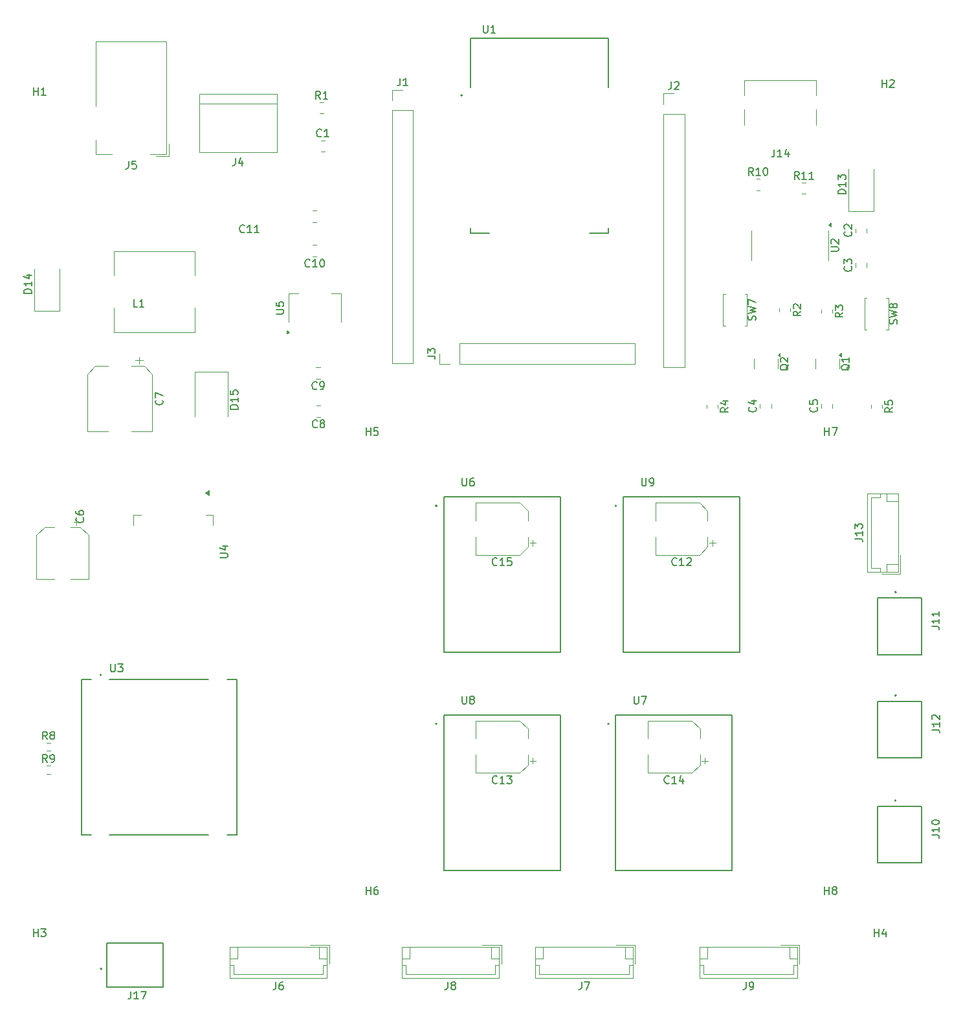
<source format=gbr>
%TF.GenerationSoftware,KiCad,Pcbnew,9.0.6*%
%TF.CreationDate,2025-12-30T14:23:23+05:30*%
%TF.ProjectId,Gantry_PCBv2,47616e74-7279-45f5-9043-4276322e6b69,rev?*%
%TF.SameCoordinates,Original*%
%TF.FileFunction,Legend,Top*%
%TF.FilePolarity,Positive*%
%FSLAX46Y46*%
G04 Gerber Fmt 4.6, Leading zero omitted, Abs format (unit mm)*
G04 Created by KiCad (PCBNEW 9.0.6) date 2025-12-30 14:23:23*
%MOMM*%
%LPD*%
G01*
G04 APERTURE LIST*
%ADD10C,0.150000*%
%ADD11C,0.127000*%
%ADD12C,0.200000*%
%ADD13C,0.120000*%
G04 APERTURE END LIST*
D10*
X64330895Y-125691619D02*
X64330895Y-126501142D01*
X64330895Y-126501142D02*
X64378514Y-126596380D01*
X64378514Y-126596380D02*
X64426133Y-126644000D01*
X64426133Y-126644000D02*
X64521371Y-126691619D01*
X64521371Y-126691619D02*
X64711847Y-126691619D01*
X64711847Y-126691619D02*
X64807085Y-126644000D01*
X64807085Y-126644000D02*
X64854704Y-126596380D01*
X64854704Y-126596380D02*
X64902323Y-126501142D01*
X64902323Y-126501142D02*
X64902323Y-125691619D01*
X65283276Y-125691619D02*
X65902323Y-125691619D01*
X65902323Y-125691619D02*
X65568990Y-126072571D01*
X65568990Y-126072571D02*
X65711847Y-126072571D01*
X65711847Y-126072571D02*
X65807085Y-126120190D01*
X65807085Y-126120190D02*
X65854704Y-126167809D01*
X65854704Y-126167809D02*
X65902323Y-126263047D01*
X65902323Y-126263047D02*
X65902323Y-126501142D01*
X65902323Y-126501142D02*
X65854704Y-126596380D01*
X65854704Y-126596380D02*
X65807085Y-126644000D01*
X65807085Y-126644000D02*
X65711847Y-126691619D01*
X65711847Y-126691619D02*
X65426133Y-126691619D01*
X65426133Y-126691619D02*
X65330895Y-126644000D01*
X65330895Y-126644000D02*
X65283276Y-126596380D01*
X148357142Y-61804819D02*
X148023809Y-61328628D01*
X147785714Y-61804819D02*
X147785714Y-60804819D01*
X147785714Y-60804819D02*
X148166666Y-60804819D01*
X148166666Y-60804819D02*
X148261904Y-60852438D01*
X148261904Y-60852438D02*
X148309523Y-60900057D01*
X148309523Y-60900057D02*
X148357142Y-60995295D01*
X148357142Y-60995295D02*
X148357142Y-61138152D01*
X148357142Y-61138152D02*
X148309523Y-61233390D01*
X148309523Y-61233390D02*
X148261904Y-61281009D01*
X148261904Y-61281009D02*
X148166666Y-61328628D01*
X148166666Y-61328628D02*
X147785714Y-61328628D01*
X149309523Y-61804819D02*
X148738095Y-61804819D01*
X149023809Y-61804819D02*
X149023809Y-60804819D01*
X149023809Y-60804819D02*
X148928571Y-60947676D01*
X148928571Y-60947676D02*
X148833333Y-61042914D01*
X148833333Y-61042914D02*
X148738095Y-61090533D01*
X149928571Y-60804819D02*
X150023809Y-60804819D01*
X150023809Y-60804819D02*
X150119047Y-60852438D01*
X150119047Y-60852438D02*
X150166666Y-60900057D01*
X150166666Y-60900057D02*
X150214285Y-60995295D01*
X150214285Y-60995295D02*
X150261904Y-61185771D01*
X150261904Y-61185771D02*
X150261904Y-61423866D01*
X150261904Y-61423866D02*
X150214285Y-61614342D01*
X150214285Y-61614342D02*
X150166666Y-61709580D01*
X150166666Y-61709580D02*
X150119047Y-61757200D01*
X150119047Y-61757200D02*
X150023809Y-61804819D01*
X150023809Y-61804819D02*
X149928571Y-61804819D01*
X149928571Y-61804819D02*
X149833333Y-61757200D01*
X149833333Y-61757200D02*
X149785714Y-61709580D01*
X149785714Y-61709580D02*
X149738095Y-61614342D01*
X149738095Y-61614342D02*
X149690476Y-61423866D01*
X149690476Y-61423866D02*
X149690476Y-61185771D01*
X149690476Y-61185771D02*
X149738095Y-60995295D01*
X149738095Y-60995295D02*
X149785714Y-60900057D01*
X149785714Y-60900057D02*
X149833333Y-60852438D01*
X149833333Y-60852438D02*
X149928571Y-60804819D01*
X132793095Y-129889819D02*
X132793095Y-130699342D01*
X132793095Y-130699342D02*
X132840714Y-130794580D01*
X132840714Y-130794580D02*
X132888333Y-130842200D01*
X132888333Y-130842200D02*
X132983571Y-130889819D01*
X132983571Y-130889819D02*
X133174047Y-130889819D01*
X133174047Y-130889819D02*
X133269285Y-130842200D01*
X133269285Y-130842200D02*
X133316904Y-130794580D01*
X133316904Y-130794580D02*
X133364523Y-130699342D01*
X133364523Y-130699342D02*
X133364523Y-129889819D01*
X133745476Y-129889819D02*
X134412142Y-129889819D01*
X134412142Y-129889819D02*
X133983571Y-130889819D01*
X153000057Y-86532738D02*
X152952438Y-86627976D01*
X152952438Y-86627976D02*
X152857200Y-86723214D01*
X152857200Y-86723214D02*
X152714342Y-86866071D01*
X152714342Y-86866071D02*
X152666723Y-86961309D01*
X152666723Y-86961309D02*
X152666723Y-87056547D01*
X152904819Y-87008928D02*
X152857200Y-87104166D01*
X152857200Y-87104166D02*
X152761961Y-87199404D01*
X152761961Y-87199404D02*
X152571485Y-87247023D01*
X152571485Y-87247023D02*
X152238152Y-87247023D01*
X152238152Y-87247023D02*
X152047676Y-87199404D01*
X152047676Y-87199404D02*
X151952438Y-87104166D01*
X151952438Y-87104166D02*
X151904819Y-87008928D01*
X151904819Y-87008928D02*
X151904819Y-86818452D01*
X151904819Y-86818452D02*
X151952438Y-86723214D01*
X151952438Y-86723214D02*
X152047676Y-86627976D01*
X152047676Y-86627976D02*
X152238152Y-86580357D01*
X152238152Y-86580357D02*
X152571485Y-86580357D01*
X152571485Y-86580357D02*
X152761961Y-86627976D01*
X152761961Y-86627976D02*
X152857200Y-86723214D01*
X152857200Y-86723214D02*
X152904819Y-86818452D01*
X152904819Y-86818452D02*
X152904819Y-87008928D01*
X152000057Y-86199404D02*
X151952438Y-86151785D01*
X151952438Y-86151785D02*
X151904819Y-86056547D01*
X151904819Y-86056547D02*
X151904819Y-85818452D01*
X151904819Y-85818452D02*
X151952438Y-85723214D01*
X151952438Y-85723214D02*
X152000057Y-85675595D01*
X152000057Y-85675595D02*
X152095295Y-85627976D01*
X152095295Y-85627976D02*
X152190533Y-85627976D01*
X152190533Y-85627976D02*
X152333390Y-85675595D01*
X152333390Y-85675595D02*
X152904819Y-86247023D01*
X152904819Y-86247023D02*
X152904819Y-85627976D01*
X171714819Y-148034523D02*
X172429104Y-148034523D01*
X172429104Y-148034523D02*
X172571961Y-148082142D01*
X172571961Y-148082142D02*
X172667200Y-148177380D01*
X172667200Y-148177380D02*
X172714819Y-148320237D01*
X172714819Y-148320237D02*
X172714819Y-148415475D01*
X172714819Y-147034523D02*
X172714819Y-147605951D01*
X172714819Y-147320237D02*
X171714819Y-147320237D01*
X171714819Y-147320237D02*
X171857676Y-147415475D01*
X171857676Y-147415475D02*
X171952914Y-147510713D01*
X171952914Y-147510713D02*
X172000533Y-147605951D01*
X171714819Y-146415475D02*
X171714819Y-146320237D01*
X171714819Y-146320237D02*
X171762438Y-146224999D01*
X171762438Y-146224999D02*
X171810057Y-146177380D01*
X171810057Y-146177380D02*
X171905295Y-146129761D01*
X171905295Y-146129761D02*
X172095771Y-146082142D01*
X172095771Y-146082142D02*
X172333866Y-146082142D01*
X172333866Y-146082142D02*
X172524342Y-146129761D01*
X172524342Y-146129761D02*
X172619580Y-146177380D01*
X172619580Y-146177380D02*
X172667200Y-146224999D01*
X172667200Y-146224999D02*
X172714819Y-146320237D01*
X172714819Y-146320237D02*
X172714819Y-146415475D01*
X172714819Y-146415475D02*
X172667200Y-146510713D01*
X172667200Y-146510713D02*
X172619580Y-146558332D01*
X172619580Y-146558332D02*
X172524342Y-146605951D01*
X172524342Y-146605951D02*
X172333866Y-146653570D01*
X172333866Y-146653570D02*
X172095771Y-146653570D01*
X172095771Y-146653570D02*
X171905295Y-146605951D01*
X171905295Y-146605951D02*
X171810057Y-146558332D01*
X171810057Y-146558332D02*
X171762438Y-146510713D01*
X171762438Y-146510713D02*
X171714819Y-146415475D01*
X108416666Y-167254819D02*
X108416666Y-167969104D01*
X108416666Y-167969104D02*
X108369047Y-168111961D01*
X108369047Y-168111961D02*
X108273809Y-168207200D01*
X108273809Y-168207200D02*
X108130952Y-168254819D01*
X108130952Y-168254819D02*
X108035714Y-168254819D01*
X109035714Y-167683390D02*
X108940476Y-167635771D01*
X108940476Y-167635771D02*
X108892857Y-167588152D01*
X108892857Y-167588152D02*
X108845238Y-167492914D01*
X108845238Y-167492914D02*
X108845238Y-167445295D01*
X108845238Y-167445295D02*
X108892857Y-167350057D01*
X108892857Y-167350057D02*
X108940476Y-167302438D01*
X108940476Y-167302438D02*
X109035714Y-167254819D01*
X109035714Y-167254819D02*
X109226190Y-167254819D01*
X109226190Y-167254819D02*
X109321428Y-167302438D01*
X109321428Y-167302438D02*
X109369047Y-167350057D01*
X109369047Y-167350057D02*
X109416666Y-167445295D01*
X109416666Y-167445295D02*
X109416666Y-167492914D01*
X109416666Y-167492914D02*
X109369047Y-167588152D01*
X109369047Y-167588152D02*
X109321428Y-167635771D01*
X109321428Y-167635771D02*
X109226190Y-167683390D01*
X109226190Y-167683390D02*
X109035714Y-167683390D01*
X109035714Y-167683390D02*
X108940476Y-167731009D01*
X108940476Y-167731009D02*
X108892857Y-167778628D01*
X108892857Y-167778628D02*
X108845238Y-167873866D01*
X108845238Y-167873866D02*
X108845238Y-168064342D01*
X108845238Y-168064342D02*
X108892857Y-168159580D01*
X108892857Y-168159580D02*
X108940476Y-168207200D01*
X108940476Y-168207200D02*
X109035714Y-168254819D01*
X109035714Y-168254819D02*
X109226190Y-168254819D01*
X109226190Y-168254819D02*
X109321428Y-168207200D01*
X109321428Y-168207200D02*
X109369047Y-168159580D01*
X109369047Y-168159580D02*
X109416666Y-168064342D01*
X109416666Y-168064342D02*
X109416666Y-167873866D01*
X109416666Y-167873866D02*
X109369047Y-167778628D01*
X109369047Y-167778628D02*
X109321428Y-167731009D01*
X109321428Y-167731009D02*
X109226190Y-167683390D01*
X164238095Y-161304819D02*
X164238095Y-160304819D01*
X164238095Y-160781009D02*
X164809523Y-160781009D01*
X164809523Y-161304819D02*
X164809523Y-160304819D01*
X165714285Y-160638152D02*
X165714285Y-161304819D01*
X165476190Y-160257200D02*
X165238095Y-160971485D01*
X165238095Y-160971485D02*
X165857142Y-160971485D01*
X157738095Y-95804819D02*
X157738095Y-94804819D01*
X157738095Y-95281009D02*
X158309523Y-95281009D01*
X158309523Y-95804819D02*
X158309523Y-94804819D01*
X158690476Y-94804819D02*
X159357142Y-94804819D01*
X159357142Y-94804819D02*
X158928571Y-95804819D01*
X171714819Y-120784523D02*
X172429104Y-120784523D01*
X172429104Y-120784523D02*
X172571961Y-120832142D01*
X172571961Y-120832142D02*
X172667200Y-120927380D01*
X172667200Y-120927380D02*
X172714819Y-121070237D01*
X172714819Y-121070237D02*
X172714819Y-121165475D01*
X172714819Y-119784523D02*
X172714819Y-120355951D01*
X172714819Y-120070237D02*
X171714819Y-120070237D01*
X171714819Y-120070237D02*
X171857676Y-120165475D01*
X171857676Y-120165475D02*
X171952914Y-120260713D01*
X171952914Y-120260713D02*
X172000533Y-120355951D01*
X172714819Y-118832142D02*
X172714819Y-119403570D01*
X172714819Y-119117856D02*
X171714819Y-119117856D01*
X171714819Y-119117856D02*
X171857676Y-119213094D01*
X171857676Y-119213094D02*
X171952914Y-119308332D01*
X171952914Y-119308332D02*
X172000533Y-119403570D01*
X154357142Y-62304819D02*
X154023809Y-61828628D01*
X153785714Y-62304819D02*
X153785714Y-61304819D01*
X153785714Y-61304819D02*
X154166666Y-61304819D01*
X154166666Y-61304819D02*
X154261904Y-61352438D01*
X154261904Y-61352438D02*
X154309523Y-61400057D01*
X154309523Y-61400057D02*
X154357142Y-61495295D01*
X154357142Y-61495295D02*
X154357142Y-61638152D01*
X154357142Y-61638152D02*
X154309523Y-61733390D01*
X154309523Y-61733390D02*
X154261904Y-61781009D01*
X154261904Y-61781009D02*
X154166666Y-61828628D01*
X154166666Y-61828628D02*
X153785714Y-61828628D01*
X155309523Y-62304819D02*
X154738095Y-62304819D01*
X155023809Y-62304819D02*
X155023809Y-61304819D01*
X155023809Y-61304819D02*
X154928571Y-61447676D01*
X154928571Y-61447676D02*
X154833333Y-61542914D01*
X154833333Y-61542914D02*
X154738095Y-61590533D01*
X156261904Y-62304819D02*
X155690476Y-62304819D01*
X155976190Y-62304819D02*
X155976190Y-61304819D01*
X155976190Y-61304819D02*
X155880952Y-61447676D01*
X155880952Y-61447676D02*
X155785714Y-61542914D01*
X155785714Y-61542914D02*
X155690476Y-61590533D01*
X66940476Y-168479819D02*
X66940476Y-169194104D01*
X66940476Y-169194104D02*
X66892857Y-169336961D01*
X66892857Y-169336961D02*
X66797619Y-169432200D01*
X66797619Y-169432200D02*
X66654762Y-169479819D01*
X66654762Y-169479819D02*
X66559524Y-169479819D01*
X67940476Y-169479819D02*
X67369048Y-169479819D01*
X67654762Y-169479819D02*
X67654762Y-168479819D01*
X67654762Y-168479819D02*
X67559524Y-168622676D01*
X67559524Y-168622676D02*
X67464286Y-168717914D01*
X67464286Y-168717914D02*
X67369048Y-168765533D01*
X68273810Y-168479819D02*
X68940476Y-168479819D01*
X68940476Y-168479819D02*
X68511905Y-169479819D01*
X91883333Y-56679580D02*
X91835714Y-56727200D01*
X91835714Y-56727200D02*
X91692857Y-56774819D01*
X91692857Y-56774819D02*
X91597619Y-56774819D01*
X91597619Y-56774819D02*
X91454762Y-56727200D01*
X91454762Y-56727200D02*
X91359524Y-56631961D01*
X91359524Y-56631961D02*
X91311905Y-56536723D01*
X91311905Y-56536723D02*
X91264286Y-56346247D01*
X91264286Y-56346247D02*
X91264286Y-56203390D01*
X91264286Y-56203390D02*
X91311905Y-56012914D01*
X91311905Y-56012914D02*
X91359524Y-55917676D01*
X91359524Y-55917676D02*
X91454762Y-55822438D01*
X91454762Y-55822438D02*
X91597619Y-55774819D01*
X91597619Y-55774819D02*
X91692857Y-55774819D01*
X91692857Y-55774819D02*
X91835714Y-55822438D01*
X91835714Y-55822438D02*
X91883333Y-55870057D01*
X92835714Y-56774819D02*
X92264286Y-56774819D01*
X92550000Y-56774819D02*
X92550000Y-55774819D01*
X92550000Y-55774819D02*
X92454762Y-55917676D01*
X92454762Y-55917676D02*
X92359524Y-56012914D01*
X92359524Y-56012914D02*
X92264286Y-56060533D01*
X165238095Y-50304819D02*
X165238095Y-49304819D01*
X165238095Y-49781009D02*
X165809523Y-49781009D01*
X165809523Y-50304819D02*
X165809523Y-49304819D01*
X166238095Y-49400057D02*
X166285714Y-49352438D01*
X166285714Y-49352438D02*
X166380952Y-49304819D01*
X166380952Y-49304819D02*
X166619047Y-49304819D01*
X166619047Y-49304819D02*
X166714285Y-49352438D01*
X166714285Y-49352438D02*
X166761904Y-49400057D01*
X166761904Y-49400057D02*
X166809523Y-49495295D01*
X166809523Y-49495295D02*
X166809523Y-49590533D01*
X166809523Y-49590533D02*
X166761904Y-49733390D01*
X166761904Y-49733390D02*
X166190476Y-50304819D01*
X166190476Y-50304819D02*
X166809523Y-50304819D01*
X90357142Y-73689580D02*
X90309523Y-73737200D01*
X90309523Y-73737200D02*
X90166666Y-73784819D01*
X90166666Y-73784819D02*
X90071428Y-73784819D01*
X90071428Y-73784819D02*
X89928571Y-73737200D01*
X89928571Y-73737200D02*
X89833333Y-73641961D01*
X89833333Y-73641961D02*
X89785714Y-73546723D01*
X89785714Y-73546723D02*
X89738095Y-73356247D01*
X89738095Y-73356247D02*
X89738095Y-73213390D01*
X89738095Y-73213390D02*
X89785714Y-73022914D01*
X89785714Y-73022914D02*
X89833333Y-72927676D01*
X89833333Y-72927676D02*
X89928571Y-72832438D01*
X89928571Y-72832438D02*
X90071428Y-72784819D01*
X90071428Y-72784819D02*
X90166666Y-72784819D01*
X90166666Y-72784819D02*
X90309523Y-72832438D01*
X90309523Y-72832438D02*
X90357142Y-72880057D01*
X91309523Y-73784819D02*
X90738095Y-73784819D01*
X91023809Y-73784819D02*
X91023809Y-72784819D01*
X91023809Y-72784819D02*
X90928571Y-72927676D01*
X90928571Y-72927676D02*
X90833333Y-73022914D01*
X90833333Y-73022914D02*
X90738095Y-73070533D01*
X91928571Y-72784819D02*
X92023809Y-72784819D01*
X92023809Y-72784819D02*
X92119047Y-72832438D01*
X92119047Y-72832438D02*
X92166666Y-72880057D01*
X92166666Y-72880057D02*
X92214285Y-72975295D01*
X92214285Y-72975295D02*
X92261904Y-73165771D01*
X92261904Y-73165771D02*
X92261904Y-73403866D01*
X92261904Y-73403866D02*
X92214285Y-73594342D01*
X92214285Y-73594342D02*
X92166666Y-73689580D01*
X92166666Y-73689580D02*
X92119047Y-73737200D01*
X92119047Y-73737200D02*
X92023809Y-73784819D01*
X92023809Y-73784819D02*
X91928571Y-73784819D01*
X91928571Y-73784819D02*
X91833333Y-73737200D01*
X91833333Y-73737200D02*
X91785714Y-73689580D01*
X91785714Y-73689580D02*
X91738095Y-73594342D01*
X91738095Y-73594342D02*
X91690476Y-73403866D01*
X91690476Y-73403866D02*
X91690476Y-73165771D01*
X91690476Y-73165771D02*
X91738095Y-72975295D01*
X91738095Y-72975295D02*
X91785714Y-72880057D01*
X91785714Y-72880057D02*
X91833333Y-72832438D01*
X91833333Y-72832438D02*
X91928571Y-72784819D01*
X105754819Y-85433333D02*
X106469104Y-85433333D01*
X106469104Y-85433333D02*
X106611961Y-85480952D01*
X106611961Y-85480952D02*
X106707200Y-85576190D01*
X106707200Y-85576190D02*
X106754819Y-85719047D01*
X106754819Y-85719047D02*
X106754819Y-85814285D01*
X105754819Y-85052380D02*
X105754819Y-84433333D01*
X105754819Y-84433333D02*
X106135771Y-84766666D01*
X106135771Y-84766666D02*
X106135771Y-84623809D01*
X106135771Y-84623809D02*
X106183390Y-84528571D01*
X106183390Y-84528571D02*
X106231009Y-84480952D01*
X106231009Y-84480952D02*
X106326247Y-84433333D01*
X106326247Y-84433333D02*
X106564342Y-84433333D01*
X106564342Y-84433333D02*
X106659580Y-84480952D01*
X106659580Y-84480952D02*
X106707200Y-84528571D01*
X106707200Y-84528571D02*
X106754819Y-84623809D01*
X106754819Y-84623809D02*
X106754819Y-84909523D01*
X106754819Y-84909523D02*
X106707200Y-85004761D01*
X106707200Y-85004761D02*
X106659580Y-85052380D01*
X156679580Y-92116666D02*
X156727200Y-92164285D01*
X156727200Y-92164285D02*
X156774819Y-92307142D01*
X156774819Y-92307142D02*
X156774819Y-92402380D01*
X156774819Y-92402380D02*
X156727200Y-92545237D01*
X156727200Y-92545237D02*
X156631961Y-92640475D01*
X156631961Y-92640475D02*
X156536723Y-92688094D01*
X156536723Y-92688094D02*
X156346247Y-92735713D01*
X156346247Y-92735713D02*
X156203390Y-92735713D01*
X156203390Y-92735713D02*
X156012914Y-92688094D01*
X156012914Y-92688094D02*
X155917676Y-92640475D01*
X155917676Y-92640475D02*
X155822438Y-92545237D01*
X155822438Y-92545237D02*
X155774819Y-92402380D01*
X155774819Y-92402380D02*
X155774819Y-92307142D01*
X155774819Y-92307142D02*
X155822438Y-92164285D01*
X155822438Y-92164285D02*
X155870057Y-92116666D01*
X155774819Y-91211904D02*
X155774819Y-91688094D01*
X155774819Y-91688094D02*
X156251009Y-91735713D01*
X156251009Y-91735713D02*
X156203390Y-91688094D01*
X156203390Y-91688094D02*
X156155771Y-91592856D01*
X156155771Y-91592856D02*
X156155771Y-91354761D01*
X156155771Y-91354761D02*
X156203390Y-91259523D01*
X156203390Y-91259523D02*
X156251009Y-91211904D01*
X156251009Y-91211904D02*
X156346247Y-91164285D01*
X156346247Y-91164285D02*
X156584342Y-91164285D01*
X156584342Y-91164285D02*
X156679580Y-91211904D01*
X156679580Y-91211904D02*
X156727200Y-91259523D01*
X156727200Y-91259523D02*
X156774819Y-91354761D01*
X156774819Y-91354761D02*
X156774819Y-91592856D01*
X156774819Y-91592856D02*
X156727200Y-91688094D01*
X156727200Y-91688094D02*
X156679580Y-91735713D01*
X54238095Y-161304819D02*
X54238095Y-160304819D01*
X54238095Y-160781009D02*
X54809523Y-160781009D01*
X54809523Y-161304819D02*
X54809523Y-160304819D01*
X55190476Y-160304819D02*
X55809523Y-160304819D01*
X55809523Y-160304819D02*
X55476190Y-160685771D01*
X55476190Y-160685771D02*
X55619047Y-160685771D01*
X55619047Y-160685771D02*
X55714285Y-160733390D01*
X55714285Y-160733390D02*
X55761904Y-160781009D01*
X55761904Y-160781009D02*
X55809523Y-160876247D01*
X55809523Y-160876247D02*
X55809523Y-161114342D01*
X55809523Y-161114342D02*
X55761904Y-161209580D01*
X55761904Y-161209580D02*
X55714285Y-161257200D01*
X55714285Y-161257200D02*
X55619047Y-161304819D01*
X55619047Y-161304819D02*
X55333333Y-161304819D01*
X55333333Y-161304819D02*
X55238095Y-161257200D01*
X55238095Y-161257200D02*
X55190476Y-161209580D01*
X60684580Y-106566666D02*
X60732200Y-106614285D01*
X60732200Y-106614285D02*
X60779819Y-106757142D01*
X60779819Y-106757142D02*
X60779819Y-106852380D01*
X60779819Y-106852380D02*
X60732200Y-106995237D01*
X60732200Y-106995237D02*
X60636961Y-107090475D01*
X60636961Y-107090475D02*
X60541723Y-107138094D01*
X60541723Y-107138094D02*
X60351247Y-107185713D01*
X60351247Y-107185713D02*
X60208390Y-107185713D01*
X60208390Y-107185713D02*
X60017914Y-107138094D01*
X60017914Y-107138094D02*
X59922676Y-107090475D01*
X59922676Y-107090475D02*
X59827438Y-106995237D01*
X59827438Y-106995237D02*
X59779819Y-106852380D01*
X59779819Y-106852380D02*
X59779819Y-106757142D01*
X59779819Y-106757142D02*
X59827438Y-106614285D01*
X59827438Y-106614285D02*
X59875057Y-106566666D01*
X59779819Y-105709523D02*
X59779819Y-105899999D01*
X59779819Y-105899999D02*
X59827438Y-105995237D01*
X59827438Y-105995237D02*
X59875057Y-106042856D01*
X59875057Y-106042856D02*
X60017914Y-106138094D01*
X60017914Y-106138094D02*
X60208390Y-106185713D01*
X60208390Y-106185713D02*
X60589342Y-106185713D01*
X60589342Y-106185713D02*
X60684580Y-106138094D01*
X60684580Y-106138094D02*
X60732200Y-106090475D01*
X60732200Y-106090475D02*
X60779819Y-105995237D01*
X60779819Y-105995237D02*
X60779819Y-105804761D01*
X60779819Y-105804761D02*
X60732200Y-105709523D01*
X60732200Y-105709523D02*
X60684580Y-105661904D01*
X60684580Y-105661904D02*
X60589342Y-105614285D01*
X60589342Y-105614285D02*
X60351247Y-105614285D01*
X60351247Y-105614285D02*
X60256009Y-105661904D01*
X60256009Y-105661904D02*
X60208390Y-105709523D01*
X60208390Y-105709523D02*
X60160771Y-105804761D01*
X60160771Y-105804761D02*
X60160771Y-105995237D01*
X60160771Y-105995237D02*
X60208390Y-106090475D01*
X60208390Y-106090475D02*
X60256009Y-106138094D01*
X60256009Y-106138094D02*
X60351247Y-106185713D01*
X161179580Y-73716666D02*
X161227200Y-73764285D01*
X161227200Y-73764285D02*
X161274819Y-73907142D01*
X161274819Y-73907142D02*
X161274819Y-74002380D01*
X161274819Y-74002380D02*
X161227200Y-74145237D01*
X161227200Y-74145237D02*
X161131961Y-74240475D01*
X161131961Y-74240475D02*
X161036723Y-74288094D01*
X161036723Y-74288094D02*
X160846247Y-74335713D01*
X160846247Y-74335713D02*
X160703390Y-74335713D01*
X160703390Y-74335713D02*
X160512914Y-74288094D01*
X160512914Y-74288094D02*
X160417676Y-74240475D01*
X160417676Y-74240475D02*
X160322438Y-74145237D01*
X160322438Y-74145237D02*
X160274819Y-74002380D01*
X160274819Y-74002380D02*
X160274819Y-73907142D01*
X160274819Y-73907142D02*
X160322438Y-73764285D01*
X160322438Y-73764285D02*
X160370057Y-73716666D01*
X160274819Y-73383332D02*
X160274819Y-72764285D01*
X160274819Y-72764285D02*
X160655771Y-73097618D01*
X160655771Y-73097618D02*
X160655771Y-72954761D01*
X160655771Y-72954761D02*
X160703390Y-72859523D01*
X160703390Y-72859523D02*
X160751009Y-72811904D01*
X160751009Y-72811904D02*
X160846247Y-72764285D01*
X160846247Y-72764285D02*
X161084342Y-72764285D01*
X161084342Y-72764285D02*
X161179580Y-72811904D01*
X161179580Y-72811904D02*
X161227200Y-72859523D01*
X161227200Y-72859523D02*
X161274819Y-72954761D01*
X161274819Y-72954761D02*
X161274819Y-73240475D01*
X161274819Y-73240475D02*
X161227200Y-73335713D01*
X161227200Y-73335713D02*
X161179580Y-73383332D01*
X97738095Y-95804819D02*
X97738095Y-94804819D01*
X97738095Y-95281009D02*
X98309523Y-95281009D01*
X98309523Y-95804819D02*
X98309523Y-94804819D01*
X99261904Y-94804819D02*
X98785714Y-94804819D01*
X98785714Y-94804819D02*
X98738095Y-95281009D01*
X98738095Y-95281009D02*
X98785714Y-95233390D01*
X98785714Y-95233390D02*
X98880952Y-95185771D01*
X98880952Y-95185771D02*
X99119047Y-95185771D01*
X99119047Y-95185771D02*
X99214285Y-95233390D01*
X99214285Y-95233390D02*
X99261904Y-95281009D01*
X99261904Y-95281009D02*
X99309523Y-95376247D01*
X99309523Y-95376247D02*
X99309523Y-95614342D01*
X99309523Y-95614342D02*
X99261904Y-95709580D01*
X99261904Y-95709580D02*
X99214285Y-95757200D01*
X99214285Y-95757200D02*
X99119047Y-95804819D01*
X99119047Y-95804819D02*
X98880952Y-95804819D01*
X98880952Y-95804819D02*
X98785714Y-95757200D01*
X98785714Y-95757200D02*
X98738095Y-95709580D01*
X102166666Y-49094819D02*
X102166666Y-49809104D01*
X102166666Y-49809104D02*
X102119047Y-49951961D01*
X102119047Y-49951961D02*
X102023809Y-50047200D01*
X102023809Y-50047200D02*
X101880952Y-50094819D01*
X101880952Y-50094819D02*
X101785714Y-50094819D01*
X103166666Y-50094819D02*
X102595238Y-50094819D01*
X102880952Y-50094819D02*
X102880952Y-49094819D01*
X102880952Y-49094819D02*
X102785714Y-49237676D01*
X102785714Y-49237676D02*
X102690476Y-49332914D01*
X102690476Y-49332914D02*
X102595238Y-49380533D01*
X160104819Y-79754166D02*
X159628628Y-80087499D01*
X160104819Y-80325594D02*
X159104819Y-80325594D01*
X159104819Y-80325594D02*
X159104819Y-79944642D01*
X159104819Y-79944642D02*
X159152438Y-79849404D01*
X159152438Y-79849404D02*
X159200057Y-79801785D01*
X159200057Y-79801785D02*
X159295295Y-79754166D01*
X159295295Y-79754166D02*
X159438152Y-79754166D01*
X159438152Y-79754166D02*
X159533390Y-79801785D01*
X159533390Y-79801785D02*
X159581009Y-79849404D01*
X159581009Y-79849404D02*
X159628628Y-79944642D01*
X159628628Y-79944642D02*
X159628628Y-80325594D01*
X159104819Y-79420832D02*
X159104819Y-78801785D01*
X159104819Y-78801785D02*
X159485771Y-79135118D01*
X159485771Y-79135118D02*
X159485771Y-78992261D01*
X159485771Y-78992261D02*
X159533390Y-78897023D01*
X159533390Y-78897023D02*
X159581009Y-78849404D01*
X159581009Y-78849404D02*
X159676247Y-78801785D01*
X159676247Y-78801785D02*
X159914342Y-78801785D01*
X159914342Y-78801785D02*
X160009580Y-78849404D01*
X160009580Y-78849404D02*
X160057200Y-78897023D01*
X160057200Y-78897023D02*
X160104819Y-78992261D01*
X160104819Y-78992261D02*
X160104819Y-79277975D01*
X160104819Y-79277975D02*
X160057200Y-79373213D01*
X160057200Y-79373213D02*
X160009580Y-79420832D01*
X171739819Y-134284523D02*
X172454104Y-134284523D01*
X172454104Y-134284523D02*
X172596961Y-134332142D01*
X172596961Y-134332142D02*
X172692200Y-134427380D01*
X172692200Y-134427380D02*
X172739819Y-134570237D01*
X172739819Y-134570237D02*
X172739819Y-134665475D01*
X172739819Y-133284523D02*
X172739819Y-133855951D01*
X172739819Y-133570237D02*
X171739819Y-133570237D01*
X171739819Y-133570237D02*
X171882676Y-133665475D01*
X171882676Y-133665475D02*
X171977914Y-133760713D01*
X171977914Y-133760713D02*
X172025533Y-133855951D01*
X171835057Y-132903570D02*
X171787438Y-132855951D01*
X171787438Y-132855951D02*
X171739819Y-132760713D01*
X171739819Y-132760713D02*
X171739819Y-132522618D01*
X171739819Y-132522618D02*
X171787438Y-132427380D01*
X171787438Y-132427380D02*
X171835057Y-132379761D01*
X171835057Y-132379761D02*
X171930295Y-132332142D01*
X171930295Y-132332142D02*
X172025533Y-132332142D01*
X172025533Y-132332142D02*
X172168390Y-132379761D01*
X172168390Y-132379761D02*
X172739819Y-132951189D01*
X172739819Y-132951189D02*
X172739819Y-132332142D01*
X91283333Y-89689580D02*
X91235714Y-89737200D01*
X91235714Y-89737200D02*
X91092857Y-89784819D01*
X91092857Y-89784819D02*
X90997619Y-89784819D01*
X90997619Y-89784819D02*
X90854762Y-89737200D01*
X90854762Y-89737200D02*
X90759524Y-89641961D01*
X90759524Y-89641961D02*
X90711905Y-89546723D01*
X90711905Y-89546723D02*
X90664286Y-89356247D01*
X90664286Y-89356247D02*
X90664286Y-89213390D01*
X90664286Y-89213390D02*
X90711905Y-89022914D01*
X90711905Y-89022914D02*
X90759524Y-88927676D01*
X90759524Y-88927676D02*
X90854762Y-88832438D01*
X90854762Y-88832438D02*
X90997619Y-88784819D01*
X90997619Y-88784819D02*
X91092857Y-88784819D01*
X91092857Y-88784819D02*
X91235714Y-88832438D01*
X91235714Y-88832438D02*
X91283333Y-88880057D01*
X91759524Y-89784819D02*
X91950000Y-89784819D01*
X91950000Y-89784819D02*
X92045238Y-89737200D01*
X92045238Y-89737200D02*
X92092857Y-89689580D01*
X92092857Y-89689580D02*
X92188095Y-89546723D01*
X92188095Y-89546723D02*
X92235714Y-89356247D01*
X92235714Y-89356247D02*
X92235714Y-88975295D01*
X92235714Y-88975295D02*
X92188095Y-88880057D01*
X92188095Y-88880057D02*
X92140476Y-88832438D01*
X92140476Y-88832438D02*
X92045238Y-88784819D01*
X92045238Y-88784819D02*
X91854762Y-88784819D01*
X91854762Y-88784819D02*
X91759524Y-88832438D01*
X91759524Y-88832438D02*
X91711905Y-88880057D01*
X91711905Y-88880057D02*
X91664286Y-88975295D01*
X91664286Y-88975295D02*
X91664286Y-89213390D01*
X91664286Y-89213390D02*
X91711905Y-89308628D01*
X91711905Y-89308628D02*
X91759524Y-89356247D01*
X91759524Y-89356247D02*
X91854762Y-89403866D01*
X91854762Y-89403866D02*
X92045238Y-89403866D01*
X92045238Y-89403866D02*
X92140476Y-89356247D01*
X92140476Y-89356247D02*
X92188095Y-89308628D01*
X92188095Y-89308628D02*
X92235714Y-89213390D01*
X80954819Y-92364285D02*
X79954819Y-92364285D01*
X79954819Y-92364285D02*
X79954819Y-92126190D01*
X79954819Y-92126190D02*
X80002438Y-91983333D01*
X80002438Y-91983333D02*
X80097676Y-91888095D01*
X80097676Y-91888095D02*
X80192914Y-91840476D01*
X80192914Y-91840476D02*
X80383390Y-91792857D01*
X80383390Y-91792857D02*
X80526247Y-91792857D01*
X80526247Y-91792857D02*
X80716723Y-91840476D01*
X80716723Y-91840476D02*
X80811961Y-91888095D01*
X80811961Y-91888095D02*
X80907200Y-91983333D01*
X80907200Y-91983333D02*
X80954819Y-92126190D01*
X80954819Y-92126190D02*
X80954819Y-92364285D01*
X80954819Y-90840476D02*
X80954819Y-91411904D01*
X80954819Y-91126190D02*
X79954819Y-91126190D01*
X79954819Y-91126190D02*
X80097676Y-91221428D01*
X80097676Y-91221428D02*
X80192914Y-91316666D01*
X80192914Y-91316666D02*
X80240533Y-91411904D01*
X79954819Y-89935714D02*
X79954819Y-90411904D01*
X79954819Y-90411904D02*
X80431009Y-90459523D01*
X80431009Y-90459523D02*
X80383390Y-90411904D01*
X80383390Y-90411904D02*
X80335771Y-90316666D01*
X80335771Y-90316666D02*
X80335771Y-90078571D01*
X80335771Y-90078571D02*
X80383390Y-89983333D01*
X80383390Y-89983333D02*
X80431009Y-89935714D01*
X80431009Y-89935714D02*
X80526247Y-89888095D01*
X80526247Y-89888095D02*
X80764342Y-89888095D01*
X80764342Y-89888095D02*
X80859580Y-89935714D01*
X80859580Y-89935714D02*
X80907200Y-89983333D01*
X80907200Y-89983333D02*
X80954819Y-90078571D01*
X80954819Y-90078571D02*
X80954819Y-90316666D01*
X80954819Y-90316666D02*
X80907200Y-90411904D01*
X80907200Y-90411904D02*
X80859580Y-90459523D01*
X147416666Y-167254819D02*
X147416666Y-167969104D01*
X147416666Y-167969104D02*
X147369047Y-168111961D01*
X147369047Y-168111961D02*
X147273809Y-168207200D01*
X147273809Y-168207200D02*
X147130952Y-168254819D01*
X147130952Y-168254819D02*
X147035714Y-168254819D01*
X147940476Y-168254819D02*
X148130952Y-168254819D01*
X148130952Y-168254819D02*
X148226190Y-168207200D01*
X148226190Y-168207200D02*
X148273809Y-168159580D01*
X148273809Y-168159580D02*
X148369047Y-168016723D01*
X148369047Y-168016723D02*
X148416666Y-167826247D01*
X148416666Y-167826247D02*
X148416666Y-167445295D01*
X148416666Y-167445295D02*
X148369047Y-167350057D01*
X148369047Y-167350057D02*
X148321428Y-167302438D01*
X148321428Y-167302438D02*
X148226190Y-167254819D01*
X148226190Y-167254819D02*
X148035714Y-167254819D01*
X148035714Y-167254819D02*
X147940476Y-167302438D01*
X147940476Y-167302438D02*
X147892857Y-167350057D01*
X147892857Y-167350057D02*
X147845238Y-167445295D01*
X147845238Y-167445295D02*
X147845238Y-167683390D01*
X147845238Y-167683390D02*
X147892857Y-167778628D01*
X147892857Y-167778628D02*
X147940476Y-167826247D01*
X147940476Y-167826247D02*
X148035714Y-167873866D01*
X148035714Y-167873866D02*
X148226190Y-167873866D01*
X148226190Y-167873866D02*
X148321428Y-167826247D01*
X148321428Y-167826247D02*
X148369047Y-167778628D01*
X148369047Y-167778628D02*
X148416666Y-167683390D01*
X54238095Y-51304819D02*
X54238095Y-50304819D01*
X54238095Y-50781009D02*
X54809523Y-50781009D01*
X54809523Y-51304819D02*
X54809523Y-50304819D01*
X55809523Y-51304819D02*
X55238095Y-51304819D01*
X55523809Y-51304819D02*
X55523809Y-50304819D01*
X55523809Y-50304819D02*
X55428571Y-50447676D01*
X55428571Y-50447676D02*
X55333333Y-50542914D01*
X55333333Y-50542914D02*
X55238095Y-50590533D01*
X78604819Y-111761904D02*
X79414342Y-111761904D01*
X79414342Y-111761904D02*
X79509580Y-111714285D01*
X79509580Y-111714285D02*
X79557200Y-111666666D01*
X79557200Y-111666666D02*
X79604819Y-111571428D01*
X79604819Y-111571428D02*
X79604819Y-111380952D01*
X79604819Y-111380952D02*
X79557200Y-111285714D01*
X79557200Y-111285714D02*
X79509580Y-111238095D01*
X79509580Y-111238095D02*
X79414342Y-111190476D01*
X79414342Y-111190476D02*
X78604819Y-111190476D01*
X78938152Y-110285714D02*
X79604819Y-110285714D01*
X78557200Y-110523809D02*
X79271485Y-110761904D01*
X79271485Y-110761904D02*
X79271485Y-110142857D01*
X161000057Y-86532738D02*
X160952438Y-86627976D01*
X160952438Y-86627976D02*
X160857200Y-86723214D01*
X160857200Y-86723214D02*
X160714342Y-86866071D01*
X160714342Y-86866071D02*
X160666723Y-86961309D01*
X160666723Y-86961309D02*
X160666723Y-87056547D01*
X160904819Y-87008928D02*
X160857200Y-87104166D01*
X160857200Y-87104166D02*
X160761961Y-87199404D01*
X160761961Y-87199404D02*
X160571485Y-87247023D01*
X160571485Y-87247023D02*
X160238152Y-87247023D01*
X160238152Y-87247023D02*
X160047676Y-87199404D01*
X160047676Y-87199404D02*
X159952438Y-87104166D01*
X159952438Y-87104166D02*
X159904819Y-87008928D01*
X159904819Y-87008928D02*
X159904819Y-86818452D01*
X159904819Y-86818452D02*
X159952438Y-86723214D01*
X159952438Y-86723214D02*
X160047676Y-86627976D01*
X160047676Y-86627976D02*
X160238152Y-86580357D01*
X160238152Y-86580357D02*
X160571485Y-86580357D01*
X160571485Y-86580357D02*
X160761961Y-86627976D01*
X160761961Y-86627976D02*
X160857200Y-86723214D01*
X160857200Y-86723214D02*
X160904819Y-86818452D01*
X160904819Y-86818452D02*
X160904819Y-87008928D01*
X160904819Y-85627976D02*
X160904819Y-86199404D01*
X160904819Y-85913690D02*
X159904819Y-85913690D01*
X159904819Y-85913690D02*
X160047676Y-86008928D01*
X160047676Y-86008928D02*
X160142914Y-86104166D01*
X160142914Y-86104166D02*
X160190533Y-86199404D01*
X113068095Y-42169819D02*
X113068095Y-42979342D01*
X113068095Y-42979342D02*
X113115714Y-43074580D01*
X113115714Y-43074580D02*
X113163333Y-43122200D01*
X113163333Y-43122200D02*
X113258571Y-43169819D01*
X113258571Y-43169819D02*
X113449047Y-43169819D01*
X113449047Y-43169819D02*
X113544285Y-43122200D01*
X113544285Y-43122200D02*
X113591904Y-43074580D01*
X113591904Y-43074580D02*
X113639523Y-42979342D01*
X113639523Y-42979342D02*
X113639523Y-42169819D01*
X114639523Y-43169819D02*
X114068095Y-43169819D01*
X114353809Y-43169819D02*
X114353809Y-42169819D01*
X114353809Y-42169819D02*
X114258571Y-42312676D01*
X114258571Y-42312676D02*
X114163333Y-42407914D01*
X114163333Y-42407914D02*
X114068095Y-42455533D01*
X85916666Y-167254819D02*
X85916666Y-167969104D01*
X85916666Y-167969104D02*
X85869047Y-168111961D01*
X85869047Y-168111961D02*
X85773809Y-168207200D01*
X85773809Y-168207200D02*
X85630952Y-168254819D01*
X85630952Y-168254819D02*
X85535714Y-168254819D01*
X86821428Y-167254819D02*
X86630952Y-167254819D01*
X86630952Y-167254819D02*
X86535714Y-167302438D01*
X86535714Y-167302438D02*
X86488095Y-167350057D01*
X86488095Y-167350057D02*
X86392857Y-167492914D01*
X86392857Y-167492914D02*
X86345238Y-167683390D01*
X86345238Y-167683390D02*
X86345238Y-168064342D01*
X86345238Y-168064342D02*
X86392857Y-168159580D01*
X86392857Y-168159580D02*
X86440476Y-168207200D01*
X86440476Y-168207200D02*
X86535714Y-168254819D01*
X86535714Y-168254819D02*
X86726190Y-168254819D01*
X86726190Y-168254819D02*
X86821428Y-168207200D01*
X86821428Y-168207200D02*
X86869047Y-168159580D01*
X86869047Y-168159580D02*
X86916666Y-168064342D01*
X86916666Y-168064342D02*
X86916666Y-167826247D01*
X86916666Y-167826247D02*
X86869047Y-167731009D01*
X86869047Y-167731009D02*
X86821428Y-167683390D01*
X86821428Y-167683390D02*
X86726190Y-167635771D01*
X86726190Y-167635771D02*
X86535714Y-167635771D01*
X86535714Y-167635771D02*
X86440476Y-167683390D01*
X86440476Y-167683390D02*
X86392857Y-167731009D01*
X86392857Y-167731009D02*
X86345238Y-167826247D01*
X133793095Y-101389819D02*
X133793095Y-102199342D01*
X133793095Y-102199342D02*
X133840714Y-102294580D01*
X133840714Y-102294580D02*
X133888333Y-102342200D01*
X133888333Y-102342200D02*
X133983571Y-102389819D01*
X133983571Y-102389819D02*
X134174047Y-102389819D01*
X134174047Y-102389819D02*
X134269285Y-102342200D01*
X134269285Y-102342200D02*
X134316904Y-102294580D01*
X134316904Y-102294580D02*
X134364523Y-102199342D01*
X134364523Y-102199342D02*
X134364523Y-101389819D01*
X134888333Y-102389819D02*
X135078809Y-102389819D01*
X135078809Y-102389819D02*
X135174047Y-102342200D01*
X135174047Y-102342200D02*
X135221666Y-102294580D01*
X135221666Y-102294580D02*
X135316904Y-102151723D01*
X135316904Y-102151723D02*
X135364523Y-101961247D01*
X135364523Y-101961247D02*
X135364523Y-101580295D01*
X135364523Y-101580295D02*
X135316904Y-101485057D01*
X135316904Y-101485057D02*
X135269285Y-101437438D01*
X135269285Y-101437438D02*
X135174047Y-101389819D01*
X135174047Y-101389819D02*
X134983571Y-101389819D01*
X134983571Y-101389819D02*
X134888333Y-101437438D01*
X134888333Y-101437438D02*
X134840714Y-101485057D01*
X134840714Y-101485057D02*
X134793095Y-101580295D01*
X134793095Y-101580295D02*
X134793095Y-101818390D01*
X134793095Y-101818390D02*
X134840714Y-101913628D01*
X134840714Y-101913628D02*
X134888333Y-101961247D01*
X134888333Y-101961247D02*
X134983571Y-102008866D01*
X134983571Y-102008866D02*
X135174047Y-102008866D01*
X135174047Y-102008866D02*
X135269285Y-101961247D01*
X135269285Y-101961247D02*
X135316904Y-101913628D01*
X135316904Y-101913628D02*
X135364523Y-101818390D01*
X125916666Y-167254819D02*
X125916666Y-167969104D01*
X125916666Y-167969104D02*
X125869047Y-168111961D01*
X125869047Y-168111961D02*
X125773809Y-168207200D01*
X125773809Y-168207200D02*
X125630952Y-168254819D01*
X125630952Y-168254819D02*
X125535714Y-168254819D01*
X126297619Y-167254819D02*
X126964285Y-167254819D01*
X126964285Y-167254819D02*
X126535714Y-168254819D01*
X148657200Y-80733332D02*
X148704819Y-80590475D01*
X148704819Y-80590475D02*
X148704819Y-80352380D01*
X148704819Y-80352380D02*
X148657200Y-80257142D01*
X148657200Y-80257142D02*
X148609580Y-80209523D01*
X148609580Y-80209523D02*
X148514342Y-80161904D01*
X148514342Y-80161904D02*
X148419104Y-80161904D01*
X148419104Y-80161904D02*
X148323866Y-80209523D01*
X148323866Y-80209523D02*
X148276247Y-80257142D01*
X148276247Y-80257142D02*
X148228628Y-80352380D01*
X148228628Y-80352380D02*
X148181009Y-80542856D01*
X148181009Y-80542856D02*
X148133390Y-80638094D01*
X148133390Y-80638094D02*
X148085771Y-80685713D01*
X148085771Y-80685713D02*
X147990533Y-80733332D01*
X147990533Y-80733332D02*
X147895295Y-80733332D01*
X147895295Y-80733332D02*
X147800057Y-80685713D01*
X147800057Y-80685713D02*
X147752438Y-80638094D01*
X147752438Y-80638094D02*
X147704819Y-80542856D01*
X147704819Y-80542856D02*
X147704819Y-80304761D01*
X147704819Y-80304761D02*
X147752438Y-80161904D01*
X147704819Y-79828570D02*
X148704819Y-79590475D01*
X148704819Y-79590475D02*
X147990533Y-79399999D01*
X147990533Y-79399999D02*
X148704819Y-79209523D01*
X148704819Y-79209523D02*
X147704819Y-78971428D01*
X147704819Y-78685713D02*
X147704819Y-78019047D01*
X147704819Y-78019047D02*
X148704819Y-78447618D01*
X110293095Y-101389819D02*
X110293095Y-102199342D01*
X110293095Y-102199342D02*
X110340714Y-102294580D01*
X110340714Y-102294580D02*
X110388333Y-102342200D01*
X110388333Y-102342200D02*
X110483571Y-102389819D01*
X110483571Y-102389819D02*
X110674047Y-102389819D01*
X110674047Y-102389819D02*
X110769285Y-102342200D01*
X110769285Y-102342200D02*
X110816904Y-102294580D01*
X110816904Y-102294580D02*
X110864523Y-102199342D01*
X110864523Y-102199342D02*
X110864523Y-101389819D01*
X111769285Y-101389819D02*
X111578809Y-101389819D01*
X111578809Y-101389819D02*
X111483571Y-101437438D01*
X111483571Y-101437438D02*
X111435952Y-101485057D01*
X111435952Y-101485057D02*
X111340714Y-101627914D01*
X111340714Y-101627914D02*
X111293095Y-101818390D01*
X111293095Y-101818390D02*
X111293095Y-102199342D01*
X111293095Y-102199342D02*
X111340714Y-102294580D01*
X111340714Y-102294580D02*
X111388333Y-102342200D01*
X111388333Y-102342200D02*
X111483571Y-102389819D01*
X111483571Y-102389819D02*
X111674047Y-102389819D01*
X111674047Y-102389819D02*
X111769285Y-102342200D01*
X111769285Y-102342200D02*
X111816904Y-102294580D01*
X111816904Y-102294580D02*
X111864523Y-102199342D01*
X111864523Y-102199342D02*
X111864523Y-101961247D01*
X111864523Y-101961247D02*
X111816904Y-101866009D01*
X111816904Y-101866009D02*
X111769285Y-101818390D01*
X111769285Y-101818390D02*
X111674047Y-101770771D01*
X111674047Y-101770771D02*
X111483571Y-101770771D01*
X111483571Y-101770771D02*
X111388333Y-101818390D01*
X111388333Y-101818390D02*
X111340714Y-101866009D01*
X111340714Y-101866009D02*
X111293095Y-101961247D01*
X56008333Y-138524819D02*
X55675000Y-138048628D01*
X55436905Y-138524819D02*
X55436905Y-137524819D01*
X55436905Y-137524819D02*
X55817857Y-137524819D01*
X55817857Y-137524819D02*
X55913095Y-137572438D01*
X55913095Y-137572438D02*
X55960714Y-137620057D01*
X55960714Y-137620057D02*
X56008333Y-137715295D01*
X56008333Y-137715295D02*
X56008333Y-137858152D01*
X56008333Y-137858152D02*
X55960714Y-137953390D01*
X55960714Y-137953390D02*
X55913095Y-138001009D01*
X55913095Y-138001009D02*
X55817857Y-138048628D01*
X55817857Y-138048628D02*
X55436905Y-138048628D01*
X56484524Y-138524819D02*
X56675000Y-138524819D01*
X56675000Y-138524819D02*
X56770238Y-138477200D01*
X56770238Y-138477200D02*
X56817857Y-138429580D01*
X56817857Y-138429580D02*
X56913095Y-138286723D01*
X56913095Y-138286723D02*
X56960714Y-138096247D01*
X56960714Y-138096247D02*
X56960714Y-137715295D01*
X56960714Y-137715295D02*
X56913095Y-137620057D01*
X56913095Y-137620057D02*
X56865476Y-137572438D01*
X56865476Y-137572438D02*
X56770238Y-137524819D01*
X56770238Y-137524819D02*
X56579762Y-137524819D01*
X56579762Y-137524819D02*
X56484524Y-137572438D01*
X56484524Y-137572438D02*
X56436905Y-137620057D01*
X56436905Y-137620057D02*
X56389286Y-137715295D01*
X56389286Y-137715295D02*
X56389286Y-137953390D01*
X56389286Y-137953390D02*
X56436905Y-138048628D01*
X56436905Y-138048628D02*
X56484524Y-138096247D01*
X56484524Y-138096247D02*
X56579762Y-138143866D01*
X56579762Y-138143866D02*
X56770238Y-138143866D01*
X56770238Y-138143866D02*
X56865476Y-138096247D01*
X56865476Y-138096247D02*
X56913095Y-138048628D01*
X56913095Y-138048628D02*
X56960714Y-137953390D01*
X151120476Y-58399819D02*
X151120476Y-59114104D01*
X151120476Y-59114104D02*
X151072857Y-59256961D01*
X151072857Y-59256961D02*
X150977619Y-59352200D01*
X150977619Y-59352200D02*
X150834762Y-59399819D01*
X150834762Y-59399819D02*
X150739524Y-59399819D01*
X152120476Y-59399819D02*
X151549048Y-59399819D01*
X151834762Y-59399819D02*
X151834762Y-58399819D01*
X151834762Y-58399819D02*
X151739524Y-58542676D01*
X151739524Y-58542676D02*
X151644286Y-58637914D01*
X151644286Y-58637914D02*
X151549048Y-58685533D01*
X152977619Y-58733152D02*
X152977619Y-59399819D01*
X152739524Y-58352200D02*
X152501429Y-59066485D01*
X152501429Y-59066485D02*
X153120476Y-59066485D01*
X157738095Y-155804819D02*
X157738095Y-154804819D01*
X157738095Y-155281009D02*
X158309523Y-155281009D01*
X158309523Y-155804819D02*
X158309523Y-154804819D01*
X158928571Y-155233390D02*
X158833333Y-155185771D01*
X158833333Y-155185771D02*
X158785714Y-155138152D01*
X158785714Y-155138152D02*
X158738095Y-155042914D01*
X158738095Y-155042914D02*
X158738095Y-154995295D01*
X158738095Y-154995295D02*
X158785714Y-154900057D01*
X158785714Y-154900057D02*
X158833333Y-154852438D01*
X158833333Y-154852438D02*
X158928571Y-154804819D01*
X158928571Y-154804819D02*
X159119047Y-154804819D01*
X159119047Y-154804819D02*
X159214285Y-154852438D01*
X159214285Y-154852438D02*
X159261904Y-154900057D01*
X159261904Y-154900057D02*
X159309523Y-154995295D01*
X159309523Y-154995295D02*
X159309523Y-155042914D01*
X159309523Y-155042914D02*
X159261904Y-155138152D01*
X159261904Y-155138152D02*
X159214285Y-155185771D01*
X159214285Y-155185771D02*
X159119047Y-155233390D01*
X159119047Y-155233390D02*
X158928571Y-155233390D01*
X158928571Y-155233390D02*
X158833333Y-155281009D01*
X158833333Y-155281009D02*
X158785714Y-155328628D01*
X158785714Y-155328628D02*
X158738095Y-155423866D01*
X158738095Y-155423866D02*
X158738095Y-155614342D01*
X158738095Y-155614342D02*
X158785714Y-155709580D01*
X158785714Y-155709580D02*
X158833333Y-155757200D01*
X158833333Y-155757200D02*
X158928571Y-155804819D01*
X158928571Y-155804819D02*
X159119047Y-155804819D01*
X159119047Y-155804819D02*
X159214285Y-155757200D01*
X159214285Y-155757200D02*
X159261904Y-155709580D01*
X159261904Y-155709580D02*
X159309523Y-155614342D01*
X159309523Y-155614342D02*
X159309523Y-155423866D01*
X159309523Y-155423866D02*
X159261904Y-155328628D01*
X159261904Y-155328628D02*
X159214285Y-155281009D01*
X159214285Y-155281009D02*
X159119047Y-155233390D01*
X66666666Y-59954819D02*
X66666666Y-60669104D01*
X66666666Y-60669104D02*
X66619047Y-60811961D01*
X66619047Y-60811961D02*
X66523809Y-60907200D01*
X66523809Y-60907200D02*
X66380952Y-60954819D01*
X66380952Y-60954819D02*
X66285714Y-60954819D01*
X67619047Y-59954819D02*
X67142857Y-59954819D01*
X67142857Y-59954819D02*
X67095238Y-60431009D01*
X67095238Y-60431009D02*
X67142857Y-60383390D01*
X67142857Y-60383390D02*
X67238095Y-60335771D01*
X67238095Y-60335771D02*
X67476190Y-60335771D01*
X67476190Y-60335771D02*
X67571428Y-60383390D01*
X67571428Y-60383390D02*
X67619047Y-60431009D01*
X67619047Y-60431009D02*
X67666666Y-60526247D01*
X67666666Y-60526247D02*
X67666666Y-60764342D01*
X67666666Y-60764342D02*
X67619047Y-60859580D01*
X67619047Y-60859580D02*
X67571428Y-60907200D01*
X67571428Y-60907200D02*
X67476190Y-60954819D01*
X67476190Y-60954819D02*
X67238095Y-60954819D01*
X67238095Y-60954819D02*
X67142857Y-60907200D01*
X67142857Y-60907200D02*
X67095238Y-60859580D01*
X158529819Y-71736904D02*
X159339342Y-71736904D01*
X159339342Y-71736904D02*
X159434580Y-71689285D01*
X159434580Y-71689285D02*
X159482200Y-71641666D01*
X159482200Y-71641666D02*
X159529819Y-71546428D01*
X159529819Y-71546428D02*
X159529819Y-71355952D01*
X159529819Y-71355952D02*
X159482200Y-71260714D01*
X159482200Y-71260714D02*
X159434580Y-71213095D01*
X159434580Y-71213095D02*
X159339342Y-71165476D01*
X159339342Y-71165476D02*
X158529819Y-71165476D01*
X158625057Y-70736904D02*
X158577438Y-70689285D01*
X158577438Y-70689285D02*
X158529819Y-70594047D01*
X158529819Y-70594047D02*
X158529819Y-70355952D01*
X158529819Y-70355952D02*
X158577438Y-70260714D01*
X158577438Y-70260714D02*
X158625057Y-70213095D01*
X158625057Y-70213095D02*
X158720295Y-70165476D01*
X158720295Y-70165476D02*
X158815533Y-70165476D01*
X158815533Y-70165476D02*
X158958390Y-70213095D01*
X158958390Y-70213095D02*
X159529819Y-70784523D01*
X159529819Y-70784523D02*
X159529819Y-70165476D01*
X148679580Y-92116666D02*
X148727200Y-92164285D01*
X148727200Y-92164285D02*
X148774819Y-92307142D01*
X148774819Y-92307142D02*
X148774819Y-92402380D01*
X148774819Y-92402380D02*
X148727200Y-92545237D01*
X148727200Y-92545237D02*
X148631961Y-92640475D01*
X148631961Y-92640475D02*
X148536723Y-92688094D01*
X148536723Y-92688094D02*
X148346247Y-92735713D01*
X148346247Y-92735713D02*
X148203390Y-92735713D01*
X148203390Y-92735713D02*
X148012914Y-92688094D01*
X148012914Y-92688094D02*
X147917676Y-92640475D01*
X147917676Y-92640475D02*
X147822438Y-92545237D01*
X147822438Y-92545237D02*
X147774819Y-92402380D01*
X147774819Y-92402380D02*
X147774819Y-92307142D01*
X147774819Y-92307142D02*
X147822438Y-92164285D01*
X147822438Y-92164285D02*
X147870057Y-92116666D01*
X148108152Y-91259523D02*
X148774819Y-91259523D01*
X147727200Y-91497618D02*
X148441485Y-91735713D01*
X148441485Y-91735713D02*
X148441485Y-91116666D01*
X137357142Y-141209580D02*
X137309523Y-141257200D01*
X137309523Y-141257200D02*
X137166666Y-141304819D01*
X137166666Y-141304819D02*
X137071428Y-141304819D01*
X137071428Y-141304819D02*
X136928571Y-141257200D01*
X136928571Y-141257200D02*
X136833333Y-141161961D01*
X136833333Y-141161961D02*
X136785714Y-141066723D01*
X136785714Y-141066723D02*
X136738095Y-140876247D01*
X136738095Y-140876247D02*
X136738095Y-140733390D01*
X136738095Y-140733390D02*
X136785714Y-140542914D01*
X136785714Y-140542914D02*
X136833333Y-140447676D01*
X136833333Y-140447676D02*
X136928571Y-140352438D01*
X136928571Y-140352438D02*
X137071428Y-140304819D01*
X137071428Y-140304819D02*
X137166666Y-140304819D01*
X137166666Y-140304819D02*
X137309523Y-140352438D01*
X137309523Y-140352438D02*
X137357142Y-140400057D01*
X138309523Y-141304819D02*
X137738095Y-141304819D01*
X138023809Y-141304819D02*
X138023809Y-140304819D01*
X138023809Y-140304819D02*
X137928571Y-140447676D01*
X137928571Y-140447676D02*
X137833333Y-140542914D01*
X137833333Y-140542914D02*
X137738095Y-140590533D01*
X139166666Y-140638152D02*
X139166666Y-141304819D01*
X138928571Y-140257200D02*
X138690476Y-140971485D01*
X138690476Y-140971485D02*
X139309523Y-140971485D01*
X91745833Y-51804819D02*
X91412500Y-51328628D01*
X91174405Y-51804819D02*
X91174405Y-50804819D01*
X91174405Y-50804819D02*
X91555357Y-50804819D01*
X91555357Y-50804819D02*
X91650595Y-50852438D01*
X91650595Y-50852438D02*
X91698214Y-50900057D01*
X91698214Y-50900057D02*
X91745833Y-50995295D01*
X91745833Y-50995295D02*
X91745833Y-51138152D01*
X91745833Y-51138152D02*
X91698214Y-51233390D01*
X91698214Y-51233390D02*
X91650595Y-51281009D01*
X91650595Y-51281009D02*
X91555357Y-51328628D01*
X91555357Y-51328628D02*
X91174405Y-51328628D01*
X92698214Y-51804819D02*
X92126786Y-51804819D01*
X92412500Y-51804819D02*
X92412500Y-50804819D01*
X92412500Y-50804819D02*
X92317262Y-50947676D01*
X92317262Y-50947676D02*
X92222024Y-51042914D01*
X92222024Y-51042914D02*
X92126786Y-51090533D01*
X166604819Y-92166666D02*
X166128628Y-92499999D01*
X166604819Y-92738094D02*
X165604819Y-92738094D01*
X165604819Y-92738094D02*
X165604819Y-92357142D01*
X165604819Y-92357142D02*
X165652438Y-92261904D01*
X165652438Y-92261904D02*
X165700057Y-92214285D01*
X165700057Y-92214285D02*
X165795295Y-92166666D01*
X165795295Y-92166666D02*
X165938152Y-92166666D01*
X165938152Y-92166666D02*
X166033390Y-92214285D01*
X166033390Y-92214285D02*
X166081009Y-92261904D01*
X166081009Y-92261904D02*
X166128628Y-92357142D01*
X166128628Y-92357142D02*
X166128628Y-92738094D01*
X165604819Y-91261904D02*
X165604819Y-91738094D01*
X165604819Y-91738094D02*
X166081009Y-91785713D01*
X166081009Y-91785713D02*
X166033390Y-91738094D01*
X166033390Y-91738094D02*
X165985771Y-91642856D01*
X165985771Y-91642856D02*
X165985771Y-91404761D01*
X165985771Y-91404761D02*
X166033390Y-91309523D01*
X166033390Y-91309523D02*
X166081009Y-91261904D01*
X166081009Y-91261904D02*
X166176247Y-91214285D01*
X166176247Y-91214285D02*
X166414342Y-91214285D01*
X166414342Y-91214285D02*
X166509580Y-91261904D01*
X166509580Y-91261904D02*
X166557200Y-91309523D01*
X166557200Y-91309523D02*
X166604819Y-91404761D01*
X166604819Y-91404761D02*
X166604819Y-91642856D01*
X166604819Y-91642856D02*
X166557200Y-91738094D01*
X166557200Y-91738094D02*
X166509580Y-91785713D01*
X167157200Y-81233332D02*
X167204819Y-81090475D01*
X167204819Y-81090475D02*
X167204819Y-80852380D01*
X167204819Y-80852380D02*
X167157200Y-80757142D01*
X167157200Y-80757142D02*
X167109580Y-80709523D01*
X167109580Y-80709523D02*
X167014342Y-80661904D01*
X167014342Y-80661904D02*
X166919104Y-80661904D01*
X166919104Y-80661904D02*
X166823866Y-80709523D01*
X166823866Y-80709523D02*
X166776247Y-80757142D01*
X166776247Y-80757142D02*
X166728628Y-80852380D01*
X166728628Y-80852380D02*
X166681009Y-81042856D01*
X166681009Y-81042856D02*
X166633390Y-81138094D01*
X166633390Y-81138094D02*
X166585771Y-81185713D01*
X166585771Y-81185713D02*
X166490533Y-81233332D01*
X166490533Y-81233332D02*
X166395295Y-81233332D01*
X166395295Y-81233332D02*
X166300057Y-81185713D01*
X166300057Y-81185713D02*
X166252438Y-81138094D01*
X166252438Y-81138094D02*
X166204819Y-81042856D01*
X166204819Y-81042856D02*
X166204819Y-80804761D01*
X166204819Y-80804761D02*
X166252438Y-80661904D01*
X166204819Y-80328570D02*
X167204819Y-80090475D01*
X167204819Y-80090475D02*
X166490533Y-79899999D01*
X166490533Y-79899999D02*
X167204819Y-79709523D01*
X167204819Y-79709523D02*
X166204819Y-79471428D01*
X166633390Y-78947618D02*
X166585771Y-79042856D01*
X166585771Y-79042856D02*
X166538152Y-79090475D01*
X166538152Y-79090475D02*
X166442914Y-79138094D01*
X166442914Y-79138094D02*
X166395295Y-79138094D01*
X166395295Y-79138094D02*
X166300057Y-79090475D01*
X166300057Y-79090475D02*
X166252438Y-79042856D01*
X166252438Y-79042856D02*
X166204819Y-78947618D01*
X166204819Y-78947618D02*
X166204819Y-78757142D01*
X166204819Y-78757142D02*
X166252438Y-78661904D01*
X166252438Y-78661904D02*
X166300057Y-78614285D01*
X166300057Y-78614285D02*
X166395295Y-78566666D01*
X166395295Y-78566666D02*
X166442914Y-78566666D01*
X166442914Y-78566666D02*
X166538152Y-78614285D01*
X166538152Y-78614285D02*
X166585771Y-78661904D01*
X166585771Y-78661904D02*
X166633390Y-78757142D01*
X166633390Y-78757142D02*
X166633390Y-78947618D01*
X166633390Y-78947618D02*
X166681009Y-79042856D01*
X166681009Y-79042856D02*
X166728628Y-79090475D01*
X166728628Y-79090475D02*
X166823866Y-79138094D01*
X166823866Y-79138094D02*
X167014342Y-79138094D01*
X167014342Y-79138094D02*
X167109580Y-79090475D01*
X167109580Y-79090475D02*
X167157200Y-79042856D01*
X167157200Y-79042856D02*
X167204819Y-78947618D01*
X167204819Y-78947618D02*
X167204819Y-78757142D01*
X167204819Y-78757142D02*
X167157200Y-78661904D01*
X167157200Y-78661904D02*
X167109580Y-78614285D01*
X167109580Y-78614285D02*
X167014342Y-78566666D01*
X167014342Y-78566666D02*
X166823866Y-78566666D01*
X166823866Y-78566666D02*
X166728628Y-78614285D01*
X166728628Y-78614285D02*
X166681009Y-78661904D01*
X166681009Y-78661904D02*
X166633390Y-78757142D01*
X154604819Y-79579166D02*
X154128628Y-79912499D01*
X154604819Y-80150594D02*
X153604819Y-80150594D01*
X153604819Y-80150594D02*
X153604819Y-79769642D01*
X153604819Y-79769642D02*
X153652438Y-79674404D01*
X153652438Y-79674404D02*
X153700057Y-79626785D01*
X153700057Y-79626785D02*
X153795295Y-79579166D01*
X153795295Y-79579166D02*
X153938152Y-79579166D01*
X153938152Y-79579166D02*
X154033390Y-79626785D01*
X154033390Y-79626785D02*
X154081009Y-79674404D01*
X154081009Y-79674404D02*
X154128628Y-79769642D01*
X154128628Y-79769642D02*
X154128628Y-80150594D01*
X153700057Y-79198213D02*
X153652438Y-79150594D01*
X153652438Y-79150594D02*
X153604819Y-79055356D01*
X153604819Y-79055356D02*
X153604819Y-78817261D01*
X153604819Y-78817261D02*
X153652438Y-78722023D01*
X153652438Y-78722023D02*
X153700057Y-78674404D01*
X153700057Y-78674404D02*
X153795295Y-78626785D01*
X153795295Y-78626785D02*
X153890533Y-78626785D01*
X153890533Y-78626785D02*
X154033390Y-78674404D01*
X154033390Y-78674404D02*
X154604819Y-79245832D01*
X154604819Y-79245832D02*
X154604819Y-78626785D01*
X114857142Y-141209580D02*
X114809523Y-141257200D01*
X114809523Y-141257200D02*
X114666666Y-141304819D01*
X114666666Y-141304819D02*
X114571428Y-141304819D01*
X114571428Y-141304819D02*
X114428571Y-141257200D01*
X114428571Y-141257200D02*
X114333333Y-141161961D01*
X114333333Y-141161961D02*
X114285714Y-141066723D01*
X114285714Y-141066723D02*
X114238095Y-140876247D01*
X114238095Y-140876247D02*
X114238095Y-140733390D01*
X114238095Y-140733390D02*
X114285714Y-140542914D01*
X114285714Y-140542914D02*
X114333333Y-140447676D01*
X114333333Y-140447676D02*
X114428571Y-140352438D01*
X114428571Y-140352438D02*
X114571428Y-140304819D01*
X114571428Y-140304819D02*
X114666666Y-140304819D01*
X114666666Y-140304819D02*
X114809523Y-140352438D01*
X114809523Y-140352438D02*
X114857142Y-140400057D01*
X115809523Y-141304819D02*
X115238095Y-141304819D01*
X115523809Y-141304819D02*
X115523809Y-140304819D01*
X115523809Y-140304819D02*
X115428571Y-140447676D01*
X115428571Y-140447676D02*
X115333333Y-140542914D01*
X115333333Y-140542914D02*
X115238095Y-140590533D01*
X116142857Y-140304819D02*
X116761904Y-140304819D01*
X116761904Y-140304819D02*
X116428571Y-140685771D01*
X116428571Y-140685771D02*
X116571428Y-140685771D01*
X116571428Y-140685771D02*
X116666666Y-140733390D01*
X116666666Y-140733390D02*
X116714285Y-140781009D01*
X116714285Y-140781009D02*
X116761904Y-140876247D01*
X116761904Y-140876247D02*
X116761904Y-141114342D01*
X116761904Y-141114342D02*
X116714285Y-141209580D01*
X116714285Y-141209580D02*
X116666666Y-141257200D01*
X116666666Y-141257200D02*
X116571428Y-141304819D01*
X116571428Y-141304819D02*
X116285714Y-141304819D01*
X116285714Y-141304819D02*
X116190476Y-141257200D01*
X116190476Y-141257200D02*
X116142857Y-141209580D01*
X161654819Y-109309523D02*
X162369104Y-109309523D01*
X162369104Y-109309523D02*
X162511961Y-109357142D01*
X162511961Y-109357142D02*
X162607200Y-109452380D01*
X162607200Y-109452380D02*
X162654819Y-109595237D01*
X162654819Y-109595237D02*
X162654819Y-109690475D01*
X162654819Y-108309523D02*
X162654819Y-108880951D01*
X162654819Y-108595237D02*
X161654819Y-108595237D01*
X161654819Y-108595237D02*
X161797676Y-108690475D01*
X161797676Y-108690475D02*
X161892914Y-108785713D01*
X161892914Y-108785713D02*
X161940533Y-108880951D01*
X161654819Y-107976189D02*
X161654819Y-107357142D01*
X161654819Y-107357142D02*
X162035771Y-107690475D01*
X162035771Y-107690475D02*
X162035771Y-107547618D01*
X162035771Y-107547618D02*
X162083390Y-107452380D01*
X162083390Y-107452380D02*
X162131009Y-107404761D01*
X162131009Y-107404761D02*
X162226247Y-107357142D01*
X162226247Y-107357142D02*
X162464342Y-107357142D01*
X162464342Y-107357142D02*
X162559580Y-107404761D01*
X162559580Y-107404761D02*
X162607200Y-107452380D01*
X162607200Y-107452380D02*
X162654819Y-107547618D01*
X162654819Y-107547618D02*
X162654819Y-107833332D01*
X162654819Y-107833332D02*
X162607200Y-107928570D01*
X162607200Y-107928570D02*
X162559580Y-107976189D01*
X110293095Y-129889819D02*
X110293095Y-130699342D01*
X110293095Y-130699342D02*
X110340714Y-130794580D01*
X110340714Y-130794580D02*
X110388333Y-130842200D01*
X110388333Y-130842200D02*
X110483571Y-130889819D01*
X110483571Y-130889819D02*
X110674047Y-130889819D01*
X110674047Y-130889819D02*
X110769285Y-130842200D01*
X110769285Y-130842200D02*
X110816904Y-130794580D01*
X110816904Y-130794580D02*
X110864523Y-130699342D01*
X110864523Y-130699342D02*
X110864523Y-129889819D01*
X111483571Y-130318390D02*
X111388333Y-130270771D01*
X111388333Y-130270771D02*
X111340714Y-130223152D01*
X111340714Y-130223152D02*
X111293095Y-130127914D01*
X111293095Y-130127914D02*
X111293095Y-130080295D01*
X111293095Y-130080295D02*
X111340714Y-129985057D01*
X111340714Y-129985057D02*
X111388333Y-129937438D01*
X111388333Y-129937438D02*
X111483571Y-129889819D01*
X111483571Y-129889819D02*
X111674047Y-129889819D01*
X111674047Y-129889819D02*
X111769285Y-129937438D01*
X111769285Y-129937438D02*
X111816904Y-129985057D01*
X111816904Y-129985057D02*
X111864523Y-130080295D01*
X111864523Y-130080295D02*
X111864523Y-130127914D01*
X111864523Y-130127914D02*
X111816904Y-130223152D01*
X111816904Y-130223152D02*
X111769285Y-130270771D01*
X111769285Y-130270771D02*
X111674047Y-130318390D01*
X111674047Y-130318390D02*
X111483571Y-130318390D01*
X111483571Y-130318390D02*
X111388333Y-130366009D01*
X111388333Y-130366009D02*
X111340714Y-130413628D01*
X111340714Y-130413628D02*
X111293095Y-130508866D01*
X111293095Y-130508866D02*
X111293095Y-130699342D01*
X111293095Y-130699342D02*
X111340714Y-130794580D01*
X111340714Y-130794580D02*
X111388333Y-130842200D01*
X111388333Y-130842200D02*
X111483571Y-130889819D01*
X111483571Y-130889819D02*
X111674047Y-130889819D01*
X111674047Y-130889819D02*
X111769285Y-130842200D01*
X111769285Y-130842200D02*
X111816904Y-130794580D01*
X111816904Y-130794580D02*
X111864523Y-130699342D01*
X111864523Y-130699342D02*
X111864523Y-130508866D01*
X111864523Y-130508866D02*
X111816904Y-130413628D01*
X111816904Y-130413628D02*
X111769285Y-130366009D01*
X111769285Y-130366009D02*
X111674047Y-130318390D01*
X137666666Y-49554819D02*
X137666666Y-50269104D01*
X137666666Y-50269104D02*
X137619047Y-50411961D01*
X137619047Y-50411961D02*
X137523809Y-50507200D01*
X137523809Y-50507200D02*
X137380952Y-50554819D01*
X137380952Y-50554819D02*
X137285714Y-50554819D01*
X138095238Y-49650057D02*
X138142857Y-49602438D01*
X138142857Y-49602438D02*
X138238095Y-49554819D01*
X138238095Y-49554819D02*
X138476190Y-49554819D01*
X138476190Y-49554819D02*
X138571428Y-49602438D01*
X138571428Y-49602438D02*
X138619047Y-49650057D01*
X138619047Y-49650057D02*
X138666666Y-49745295D01*
X138666666Y-49745295D02*
X138666666Y-49840533D01*
X138666666Y-49840533D02*
X138619047Y-49983390D01*
X138619047Y-49983390D02*
X138047619Y-50554819D01*
X138047619Y-50554819D02*
X138666666Y-50554819D01*
X160454819Y-64214285D02*
X159454819Y-64214285D01*
X159454819Y-64214285D02*
X159454819Y-63976190D01*
X159454819Y-63976190D02*
X159502438Y-63833333D01*
X159502438Y-63833333D02*
X159597676Y-63738095D01*
X159597676Y-63738095D02*
X159692914Y-63690476D01*
X159692914Y-63690476D02*
X159883390Y-63642857D01*
X159883390Y-63642857D02*
X160026247Y-63642857D01*
X160026247Y-63642857D02*
X160216723Y-63690476D01*
X160216723Y-63690476D02*
X160311961Y-63738095D01*
X160311961Y-63738095D02*
X160407200Y-63833333D01*
X160407200Y-63833333D02*
X160454819Y-63976190D01*
X160454819Y-63976190D02*
X160454819Y-64214285D01*
X160454819Y-62690476D02*
X160454819Y-63261904D01*
X160454819Y-62976190D02*
X159454819Y-62976190D01*
X159454819Y-62976190D02*
X159597676Y-63071428D01*
X159597676Y-63071428D02*
X159692914Y-63166666D01*
X159692914Y-63166666D02*
X159740533Y-63261904D01*
X159454819Y-62357142D02*
X159454819Y-61738095D01*
X159454819Y-61738095D02*
X159835771Y-62071428D01*
X159835771Y-62071428D02*
X159835771Y-61928571D01*
X159835771Y-61928571D02*
X159883390Y-61833333D01*
X159883390Y-61833333D02*
X159931009Y-61785714D01*
X159931009Y-61785714D02*
X160026247Y-61738095D01*
X160026247Y-61738095D02*
X160264342Y-61738095D01*
X160264342Y-61738095D02*
X160359580Y-61785714D01*
X160359580Y-61785714D02*
X160407200Y-61833333D01*
X160407200Y-61833333D02*
X160454819Y-61928571D01*
X160454819Y-61928571D02*
X160454819Y-62214285D01*
X160454819Y-62214285D02*
X160407200Y-62309523D01*
X160407200Y-62309523D02*
X160359580Y-62357142D01*
X53954819Y-77214285D02*
X52954819Y-77214285D01*
X52954819Y-77214285D02*
X52954819Y-76976190D01*
X52954819Y-76976190D02*
X53002438Y-76833333D01*
X53002438Y-76833333D02*
X53097676Y-76738095D01*
X53097676Y-76738095D02*
X53192914Y-76690476D01*
X53192914Y-76690476D02*
X53383390Y-76642857D01*
X53383390Y-76642857D02*
X53526247Y-76642857D01*
X53526247Y-76642857D02*
X53716723Y-76690476D01*
X53716723Y-76690476D02*
X53811961Y-76738095D01*
X53811961Y-76738095D02*
X53907200Y-76833333D01*
X53907200Y-76833333D02*
X53954819Y-76976190D01*
X53954819Y-76976190D02*
X53954819Y-77214285D01*
X53954819Y-75690476D02*
X53954819Y-76261904D01*
X53954819Y-75976190D02*
X52954819Y-75976190D01*
X52954819Y-75976190D02*
X53097676Y-76071428D01*
X53097676Y-76071428D02*
X53192914Y-76166666D01*
X53192914Y-76166666D02*
X53240533Y-76261904D01*
X53288152Y-74833333D02*
X53954819Y-74833333D01*
X52907200Y-75071428D02*
X53621485Y-75309523D01*
X53621485Y-75309523D02*
X53621485Y-74690476D01*
X71059580Y-91166666D02*
X71107200Y-91214285D01*
X71107200Y-91214285D02*
X71154819Y-91357142D01*
X71154819Y-91357142D02*
X71154819Y-91452380D01*
X71154819Y-91452380D02*
X71107200Y-91595237D01*
X71107200Y-91595237D02*
X71011961Y-91690475D01*
X71011961Y-91690475D02*
X70916723Y-91738094D01*
X70916723Y-91738094D02*
X70726247Y-91785713D01*
X70726247Y-91785713D02*
X70583390Y-91785713D01*
X70583390Y-91785713D02*
X70392914Y-91738094D01*
X70392914Y-91738094D02*
X70297676Y-91690475D01*
X70297676Y-91690475D02*
X70202438Y-91595237D01*
X70202438Y-91595237D02*
X70154819Y-91452380D01*
X70154819Y-91452380D02*
X70154819Y-91357142D01*
X70154819Y-91357142D02*
X70202438Y-91214285D01*
X70202438Y-91214285D02*
X70250057Y-91166666D01*
X70154819Y-90833332D02*
X70154819Y-90166666D01*
X70154819Y-90166666D02*
X71154819Y-90595237D01*
X56008333Y-135524819D02*
X55675000Y-135048628D01*
X55436905Y-135524819D02*
X55436905Y-134524819D01*
X55436905Y-134524819D02*
X55817857Y-134524819D01*
X55817857Y-134524819D02*
X55913095Y-134572438D01*
X55913095Y-134572438D02*
X55960714Y-134620057D01*
X55960714Y-134620057D02*
X56008333Y-134715295D01*
X56008333Y-134715295D02*
X56008333Y-134858152D01*
X56008333Y-134858152D02*
X55960714Y-134953390D01*
X55960714Y-134953390D02*
X55913095Y-135001009D01*
X55913095Y-135001009D02*
X55817857Y-135048628D01*
X55817857Y-135048628D02*
X55436905Y-135048628D01*
X56579762Y-134953390D02*
X56484524Y-134905771D01*
X56484524Y-134905771D02*
X56436905Y-134858152D01*
X56436905Y-134858152D02*
X56389286Y-134762914D01*
X56389286Y-134762914D02*
X56389286Y-134715295D01*
X56389286Y-134715295D02*
X56436905Y-134620057D01*
X56436905Y-134620057D02*
X56484524Y-134572438D01*
X56484524Y-134572438D02*
X56579762Y-134524819D01*
X56579762Y-134524819D02*
X56770238Y-134524819D01*
X56770238Y-134524819D02*
X56865476Y-134572438D01*
X56865476Y-134572438D02*
X56913095Y-134620057D01*
X56913095Y-134620057D02*
X56960714Y-134715295D01*
X56960714Y-134715295D02*
X56960714Y-134762914D01*
X56960714Y-134762914D02*
X56913095Y-134858152D01*
X56913095Y-134858152D02*
X56865476Y-134905771D01*
X56865476Y-134905771D02*
X56770238Y-134953390D01*
X56770238Y-134953390D02*
X56579762Y-134953390D01*
X56579762Y-134953390D02*
X56484524Y-135001009D01*
X56484524Y-135001009D02*
X56436905Y-135048628D01*
X56436905Y-135048628D02*
X56389286Y-135143866D01*
X56389286Y-135143866D02*
X56389286Y-135334342D01*
X56389286Y-135334342D02*
X56436905Y-135429580D01*
X56436905Y-135429580D02*
X56484524Y-135477200D01*
X56484524Y-135477200D02*
X56579762Y-135524819D01*
X56579762Y-135524819D02*
X56770238Y-135524819D01*
X56770238Y-135524819D02*
X56865476Y-135477200D01*
X56865476Y-135477200D02*
X56913095Y-135429580D01*
X56913095Y-135429580D02*
X56960714Y-135334342D01*
X56960714Y-135334342D02*
X56960714Y-135143866D01*
X56960714Y-135143866D02*
X56913095Y-135048628D01*
X56913095Y-135048628D02*
X56865476Y-135001009D01*
X56865476Y-135001009D02*
X56770238Y-134953390D01*
X81807142Y-69189580D02*
X81759523Y-69237200D01*
X81759523Y-69237200D02*
X81616666Y-69284819D01*
X81616666Y-69284819D02*
X81521428Y-69284819D01*
X81521428Y-69284819D02*
X81378571Y-69237200D01*
X81378571Y-69237200D02*
X81283333Y-69141961D01*
X81283333Y-69141961D02*
X81235714Y-69046723D01*
X81235714Y-69046723D02*
X81188095Y-68856247D01*
X81188095Y-68856247D02*
X81188095Y-68713390D01*
X81188095Y-68713390D02*
X81235714Y-68522914D01*
X81235714Y-68522914D02*
X81283333Y-68427676D01*
X81283333Y-68427676D02*
X81378571Y-68332438D01*
X81378571Y-68332438D02*
X81521428Y-68284819D01*
X81521428Y-68284819D02*
X81616666Y-68284819D01*
X81616666Y-68284819D02*
X81759523Y-68332438D01*
X81759523Y-68332438D02*
X81807142Y-68380057D01*
X82759523Y-69284819D02*
X82188095Y-69284819D01*
X82473809Y-69284819D02*
X82473809Y-68284819D01*
X82473809Y-68284819D02*
X82378571Y-68427676D01*
X82378571Y-68427676D02*
X82283333Y-68522914D01*
X82283333Y-68522914D02*
X82188095Y-68570533D01*
X83711904Y-69284819D02*
X83140476Y-69284819D01*
X83426190Y-69284819D02*
X83426190Y-68284819D01*
X83426190Y-68284819D02*
X83330952Y-68427676D01*
X83330952Y-68427676D02*
X83235714Y-68522914D01*
X83235714Y-68522914D02*
X83140476Y-68570533D01*
X97738095Y-155804819D02*
X97738095Y-154804819D01*
X97738095Y-155281009D02*
X98309523Y-155281009D01*
X98309523Y-155804819D02*
X98309523Y-154804819D01*
X99214285Y-154804819D02*
X99023809Y-154804819D01*
X99023809Y-154804819D02*
X98928571Y-154852438D01*
X98928571Y-154852438D02*
X98880952Y-154900057D01*
X98880952Y-154900057D02*
X98785714Y-155042914D01*
X98785714Y-155042914D02*
X98738095Y-155233390D01*
X98738095Y-155233390D02*
X98738095Y-155614342D01*
X98738095Y-155614342D02*
X98785714Y-155709580D01*
X98785714Y-155709580D02*
X98833333Y-155757200D01*
X98833333Y-155757200D02*
X98928571Y-155804819D01*
X98928571Y-155804819D02*
X99119047Y-155804819D01*
X99119047Y-155804819D02*
X99214285Y-155757200D01*
X99214285Y-155757200D02*
X99261904Y-155709580D01*
X99261904Y-155709580D02*
X99309523Y-155614342D01*
X99309523Y-155614342D02*
X99309523Y-155376247D01*
X99309523Y-155376247D02*
X99261904Y-155281009D01*
X99261904Y-155281009D02*
X99214285Y-155233390D01*
X99214285Y-155233390D02*
X99119047Y-155185771D01*
X99119047Y-155185771D02*
X98928571Y-155185771D01*
X98928571Y-155185771D02*
X98833333Y-155233390D01*
X98833333Y-155233390D02*
X98785714Y-155281009D01*
X98785714Y-155281009D02*
X98738095Y-155376247D01*
X138357142Y-112709580D02*
X138309523Y-112757200D01*
X138309523Y-112757200D02*
X138166666Y-112804819D01*
X138166666Y-112804819D02*
X138071428Y-112804819D01*
X138071428Y-112804819D02*
X137928571Y-112757200D01*
X137928571Y-112757200D02*
X137833333Y-112661961D01*
X137833333Y-112661961D02*
X137785714Y-112566723D01*
X137785714Y-112566723D02*
X137738095Y-112376247D01*
X137738095Y-112376247D02*
X137738095Y-112233390D01*
X137738095Y-112233390D02*
X137785714Y-112042914D01*
X137785714Y-112042914D02*
X137833333Y-111947676D01*
X137833333Y-111947676D02*
X137928571Y-111852438D01*
X137928571Y-111852438D02*
X138071428Y-111804819D01*
X138071428Y-111804819D02*
X138166666Y-111804819D01*
X138166666Y-111804819D02*
X138309523Y-111852438D01*
X138309523Y-111852438D02*
X138357142Y-111900057D01*
X139309523Y-112804819D02*
X138738095Y-112804819D01*
X139023809Y-112804819D02*
X139023809Y-111804819D01*
X139023809Y-111804819D02*
X138928571Y-111947676D01*
X138928571Y-111947676D02*
X138833333Y-112042914D01*
X138833333Y-112042914D02*
X138738095Y-112090533D01*
X139690476Y-111900057D02*
X139738095Y-111852438D01*
X139738095Y-111852438D02*
X139833333Y-111804819D01*
X139833333Y-111804819D02*
X140071428Y-111804819D01*
X140071428Y-111804819D02*
X140166666Y-111852438D01*
X140166666Y-111852438D02*
X140214285Y-111900057D01*
X140214285Y-111900057D02*
X140261904Y-111995295D01*
X140261904Y-111995295D02*
X140261904Y-112090533D01*
X140261904Y-112090533D02*
X140214285Y-112233390D01*
X140214285Y-112233390D02*
X139642857Y-112804819D01*
X139642857Y-112804819D02*
X140261904Y-112804819D01*
X145104819Y-92166666D02*
X144628628Y-92499999D01*
X145104819Y-92738094D02*
X144104819Y-92738094D01*
X144104819Y-92738094D02*
X144104819Y-92357142D01*
X144104819Y-92357142D02*
X144152438Y-92261904D01*
X144152438Y-92261904D02*
X144200057Y-92214285D01*
X144200057Y-92214285D02*
X144295295Y-92166666D01*
X144295295Y-92166666D02*
X144438152Y-92166666D01*
X144438152Y-92166666D02*
X144533390Y-92214285D01*
X144533390Y-92214285D02*
X144581009Y-92261904D01*
X144581009Y-92261904D02*
X144628628Y-92357142D01*
X144628628Y-92357142D02*
X144628628Y-92738094D01*
X144438152Y-91309523D02*
X145104819Y-91309523D01*
X144057200Y-91547618D02*
X144771485Y-91785713D01*
X144771485Y-91785713D02*
X144771485Y-91166666D01*
X67808333Y-79004819D02*
X67332143Y-79004819D01*
X67332143Y-79004819D02*
X67332143Y-78004819D01*
X68665476Y-79004819D02*
X68094048Y-79004819D01*
X68379762Y-79004819D02*
X68379762Y-78004819D01*
X68379762Y-78004819D02*
X68284524Y-78147676D01*
X68284524Y-78147676D02*
X68189286Y-78242914D01*
X68189286Y-78242914D02*
X68094048Y-78290533D01*
X91333333Y-94689580D02*
X91285714Y-94737200D01*
X91285714Y-94737200D02*
X91142857Y-94784819D01*
X91142857Y-94784819D02*
X91047619Y-94784819D01*
X91047619Y-94784819D02*
X90904762Y-94737200D01*
X90904762Y-94737200D02*
X90809524Y-94641961D01*
X90809524Y-94641961D02*
X90761905Y-94546723D01*
X90761905Y-94546723D02*
X90714286Y-94356247D01*
X90714286Y-94356247D02*
X90714286Y-94213390D01*
X90714286Y-94213390D02*
X90761905Y-94022914D01*
X90761905Y-94022914D02*
X90809524Y-93927676D01*
X90809524Y-93927676D02*
X90904762Y-93832438D01*
X90904762Y-93832438D02*
X91047619Y-93784819D01*
X91047619Y-93784819D02*
X91142857Y-93784819D01*
X91142857Y-93784819D02*
X91285714Y-93832438D01*
X91285714Y-93832438D02*
X91333333Y-93880057D01*
X91904762Y-94213390D02*
X91809524Y-94165771D01*
X91809524Y-94165771D02*
X91761905Y-94118152D01*
X91761905Y-94118152D02*
X91714286Y-94022914D01*
X91714286Y-94022914D02*
X91714286Y-93975295D01*
X91714286Y-93975295D02*
X91761905Y-93880057D01*
X91761905Y-93880057D02*
X91809524Y-93832438D01*
X91809524Y-93832438D02*
X91904762Y-93784819D01*
X91904762Y-93784819D02*
X92095238Y-93784819D01*
X92095238Y-93784819D02*
X92190476Y-93832438D01*
X92190476Y-93832438D02*
X92238095Y-93880057D01*
X92238095Y-93880057D02*
X92285714Y-93975295D01*
X92285714Y-93975295D02*
X92285714Y-94022914D01*
X92285714Y-94022914D02*
X92238095Y-94118152D01*
X92238095Y-94118152D02*
X92190476Y-94165771D01*
X92190476Y-94165771D02*
X92095238Y-94213390D01*
X92095238Y-94213390D02*
X91904762Y-94213390D01*
X91904762Y-94213390D02*
X91809524Y-94261009D01*
X91809524Y-94261009D02*
X91761905Y-94308628D01*
X91761905Y-94308628D02*
X91714286Y-94403866D01*
X91714286Y-94403866D02*
X91714286Y-94594342D01*
X91714286Y-94594342D02*
X91761905Y-94689580D01*
X91761905Y-94689580D02*
X91809524Y-94737200D01*
X91809524Y-94737200D02*
X91904762Y-94784819D01*
X91904762Y-94784819D02*
X92095238Y-94784819D01*
X92095238Y-94784819D02*
X92190476Y-94737200D01*
X92190476Y-94737200D02*
X92238095Y-94689580D01*
X92238095Y-94689580D02*
X92285714Y-94594342D01*
X92285714Y-94594342D02*
X92285714Y-94403866D01*
X92285714Y-94403866D02*
X92238095Y-94308628D01*
X92238095Y-94308628D02*
X92190476Y-94261009D01*
X92190476Y-94261009D02*
X92095238Y-94213390D01*
X85954819Y-79911904D02*
X86764342Y-79911904D01*
X86764342Y-79911904D02*
X86859580Y-79864285D01*
X86859580Y-79864285D02*
X86907200Y-79816666D01*
X86907200Y-79816666D02*
X86954819Y-79721428D01*
X86954819Y-79721428D02*
X86954819Y-79530952D01*
X86954819Y-79530952D02*
X86907200Y-79435714D01*
X86907200Y-79435714D02*
X86859580Y-79388095D01*
X86859580Y-79388095D02*
X86764342Y-79340476D01*
X86764342Y-79340476D02*
X85954819Y-79340476D01*
X85954819Y-78388095D02*
X85954819Y-78864285D01*
X85954819Y-78864285D02*
X86431009Y-78911904D01*
X86431009Y-78911904D02*
X86383390Y-78864285D01*
X86383390Y-78864285D02*
X86335771Y-78769047D01*
X86335771Y-78769047D02*
X86335771Y-78530952D01*
X86335771Y-78530952D02*
X86383390Y-78435714D01*
X86383390Y-78435714D02*
X86431009Y-78388095D01*
X86431009Y-78388095D02*
X86526247Y-78340476D01*
X86526247Y-78340476D02*
X86764342Y-78340476D01*
X86764342Y-78340476D02*
X86859580Y-78388095D01*
X86859580Y-78388095D02*
X86907200Y-78435714D01*
X86907200Y-78435714D02*
X86954819Y-78530952D01*
X86954819Y-78530952D02*
X86954819Y-78769047D01*
X86954819Y-78769047D02*
X86907200Y-78864285D01*
X86907200Y-78864285D02*
X86859580Y-78911904D01*
X80626666Y-59534819D02*
X80626666Y-60249104D01*
X80626666Y-60249104D02*
X80579047Y-60391961D01*
X80579047Y-60391961D02*
X80483809Y-60487200D01*
X80483809Y-60487200D02*
X80340952Y-60534819D01*
X80340952Y-60534819D02*
X80245714Y-60534819D01*
X81531428Y-59868152D02*
X81531428Y-60534819D01*
X81293333Y-59487200D02*
X81055238Y-60201485D01*
X81055238Y-60201485D02*
X81674285Y-60201485D01*
X114857142Y-112709580D02*
X114809523Y-112757200D01*
X114809523Y-112757200D02*
X114666666Y-112804819D01*
X114666666Y-112804819D02*
X114571428Y-112804819D01*
X114571428Y-112804819D02*
X114428571Y-112757200D01*
X114428571Y-112757200D02*
X114333333Y-112661961D01*
X114333333Y-112661961D02*
X114285714Y-112566723D01*
X114285714Y-112566723D02*
X114238095Y-112376247D01*
X114238095Y-112376247D02*
X114238095Y-112233390D01*
X114238095Y-112233390D02*
X114285714Y-112042914D01*
X114285714Y-112042914D02*
X114333333Y-111947676D01*
X114333333Y-111947676D02*
X114428571Y-111852438D01*
X114428571Y-111852438D02*
X114571428Y-111804819D01*
X114571428Y-111804819D02*
X114666666Y-111804819D01*
X114666666Y-111804819D02*
X114809523Y-111852438D01*
X114809523Y-111852438D02*
X114857142Y-111900057D01*
X115809523Y-112804819D02*
X115238095Y-112804819D01*
X115523809Y-112804819D02*
X115523809Y-111804819D01*
X115523809Y-111804819D02*
X115428571Y-111947676D01*
X115428571Y-111947676D02*
X115333333Y-112042914D01*
X115333333Y-112042914D02*
X115238095Y-112090533D01*
X116714285Y-111804819D02*
X116238095Y-111804819D01*
X116238095Y-111804819D02*
X116190476Y-112281009D01*
X116190476Y-112281009D02*
X116238095Y-112233390D01*
X116238095Y-112233390D02*
X116333333Y-112185771D01*
X116333333Y-112185771D02*
X116571428Y-112185771D01*
X116571428Y-112185771D02*
X116666666Y-112233390D01*
X116666666Y-112233390D02*
X116714285Y-112281009D01*
X116714285Y-112281009D02*
X116761904Y-112376247D01*
X116761904Y-112376247D02*
X116761904Y-112614342D01*
X116761904Y-112614342D02*
X116714285Y-112709580D01*
X116714285Y-112709580D02*
X116666666Y-112757200D01*
X116666666Y-112757200D02*
X116571428Y-112804819D01*
X116571428Y-112804819D02*
X116333333Y-112804819D01*
X116333333Y-112804819D02*
X116238095Y-112757200D01*
X116238095Y-112757200D02*
X116190476Y-112709580D01*
X161179580Y-69166666D02*
X161227200Y-69214285D01*
X161227200Y-69214285D02*
X161274819Y-69357142D01*
X161274819Y-69357142D02*
X161274819Y-69452380D01*
X161274819Y-69452380D02*
X161227200Y-69595237D01*
X161227200Y-69595237D02*
X161131961Y-69690475D01*
X161131961Y-69690475D02*
X161036723Y-69738094D01*
X161036723Y-69738094D02*
X160846247Y-69785713D01*
X160846247Y-69785713D02*
X160703390Y-69785713D01*
X160703390Y-69785713D02*
X160512914Y-69738094D01*
X160512914Y-69738094D02*
X160417676Y-69690475D01*
X160417676Y-69690475D02*
X160322438Y-69595237D01*
X160322438Y-69595237D02*
X160274819Y-69452380D01*
X160274819Y-69452380D02*
X160274819Y-69357142D01*
X160274819Y-69357142D02*
X160322438Y-69214285D01*
X160322438Y-69214285D02*
X160370057Y-69166666D01*
X160370057Y-68785713D02*
X160322438Y-68738094D01*
X160322438Y-68738094D02*
X160274819Y-68642856D01*
X160274819Y-68642856D02*
X160274819Y-68404761D01*
X160274819Y-68404761D02*
X160322438Y-68309523D01*
X160322438Y-68309523D02*
X160370057Y-68261904D01*
X160370057Y-68261904D02*
X160465295Y-68214285D01*
X160465295Y-68214285D02*
X160560533Y-68214285D01*
X160560533Y-68214285D02*
X160703390Y-68261904D01*
X160703390Y-68261904D02*
X161274819Y-68833332D01*
X161274819Y-68833332D02*
X161274819Y-68214285D01*
D11*
%TO.C,U3*%
X60466000Y-127690000D02*
X60466000Y-148010000D01*
X61736000Y-127690000D02*
X60466000Y-127690000D01*
X61736000Y-148010000D02*
X60466000Y-148010000D01*
X64126000Y-127690000D02*
X77126000Y-127690000D01*
X64126000Y-148010000D02*
X77126000Y-148010000D01*
X79516000Y-127690000D02*
X80786000Y-127690000D01*
X79516000Y-148010000D02*
X80786000Y-148010000D01*
X80786000Y-148010000D02*
X80786000Y-127690000D01*
D12*
X63106000Y-127121800D02*
G75*
G02*
X62906000Y-127121800I-100000J0D01*
G01*
X62906000Y-127121800D02*
G75*
G02*
X63106000Y-127121800I100000J0D01*
G01*
D13*
%TO.C,R10*%
X148772936Y-62265000D02*
X149227064Y-62265000D01*
X148772936Y-63735000D02*
X149227064Y-63735000D01*
D11*
%TO.C,U7*%
X130380000Y-132340000D02*
X145620000Y-132340000D01*
X130380000Y-152660000D02*
X130380000Y-132340000D01*
X145620000Y-132340000D02*
X145620000Y-152660000D01*
X145620000Y-152660000D02*
X130380000Y-152660000D01*
D12*
X129500000Y-133500000D02*
G75*
G02*
X129300000Y-133500000I-100000J0D01*
G01*
X129300000Y-133500000D02*
G75*
G02*
X129500000Y-133500000I100000J0D01*
G01*
D13*
%TO.C,Q2*%
X148490000Y-86437500D02*
X148490000Y-85787500D01*
X148490000Y-86437500D02*
X148490000Y-87087500D01*
X151610000Y-86437500D02*
X151610000Y-85787500D01*
X151610000Y-86437500D02*
X151610000Y-87087500D01*
X151890000Y-85515000D02*
X151560000Y-85275000D01*
X151890000Y-85035000D01*
X151890000Y-85515000D01*
G36*
X151890000Y-85515000D02*
G01*
X151560000Y-85275000D01*
X151890000Y-85035000D01*
X151890000Y-85515000D01*
G37*
D11*
%TO.C,J10*%
X164625000Y-144300000D02*
X170375000Y-144300000D01*
X164625000Y-151700000D02*
X164625000Y-144300000D01*
X170375000Y-144300000D02*
X170375000Y-151700000D01*
X170375000Y-151700000D02*
X164625000Y-151700000D01*
D12*
X167075000Y-143550000D02*
G75*
G02*
X166875000Y-143550000I-100000J0D01*
G01*
X166875000Y-143550000D02*
G75*
G02*
X167075000Y-143550000I100000J0D01*
G01*
D13*
%TO.C,J8*%
X102390000Y-162690000D02*
X102390000Y-166710000D01*
X102390000Y-164190000D02*
X103390000Y-164190000D01*
X102390000Y-166710000D02*
X115110000Y-166710000D01*
X102890000Y-165000000D02*
X102390000Y-165000000D01*
X102890000Y-166210000D02*
X102890000Y-165000000D01*
X103390000Y-164190000D02*
X103390000Y-162690000D01*
X114110000Y-164190000D02*
X114110000Y-162690000D01*
X114610000Y-165000000D02*
X114610000Y-166210000D01*
X114610000Y-166210000D02*
X102890000Y-166210000D01*
X115110000Y-162690000D02*
X102390000Y-162690000D01*
X115110000Y-164190000D02*
X114110000Y-164190000D01*
X115110000Y-165000000D02*
X114610000Y-165000000D01*
X115110000Y-166710000D02*
X115110000Y-162690000D01*
X115410000Y-162390000D02*
X112910000Y-162390000D01*
X115410000Y-164890000D02*
X115410000Y-162390000D01*
D11*
%TO.C,J11*%
X164625000Y-117050000D02*
X170375000Y-117050000D01*
X164625000Y-124450000D02*
X164625000Y-117050000D01*
X170375000Y-117050000D02*
X170375000Y-124450000D01*
X170375000Y-124450000D02*
X164625000Y-124450000D01*
D12*
X167075000Y-116300000D02*
G75*
G02*
X166875000Y-116300000I-100000J0D01*
G01*
X166875000Y-116300000D02*
G75*
G02*
X167075000Y-116300000I100000J0D01*
G01*
D13*
%TO.C,R11*%
X154772936Y-62765000D02*
X155227064Y-62765000D01*
X154772936Y-64235000D02*
X155227064Y-64235000D01*
D11*
%TO.C,J17*%
X63800000Y-162125000D02*
X71200000Y-162125000D01*
X63800000Y-167875000D02*
X63800000Y-162125000D01*
X71200000Y-162125000D02*
X71200000Y-167875000D01*
X71200000Y-167875000D02*
X63800000Y-167875000D01*
D12*
X63150000Y-165525000D02*
G75*
G02*
X62950000Y-165525000I-100000J0D01*
G01*
X62950000Y-165525000D02*
G75*
G02*
X63150000Y-165525000I100000J0D01*
G01*
D13*
%TO.C,C1*%
X91788748Y-57265000D02*
X92311252Y-57265000D01*
X91788748Y-58735000D02*
X92311252Y-58735000D01*
%TO.C,C10*%
X91261252Y-70915000D02*
X90738748Y-70915000D01*
X91261252Y-72385000D02*
X90738748Y-72385000D01*
%TO.C,J3*%
X107300000Y-86480000D02*
X107300000Y-85100000D01*
X108680000Y-86480000D02*
X107300000Y-86480000D01*
X109950000Y-83720000D02*
X132920000Y-83720000D01*
X109950000Y-86480000D02*
X109950000Y-83720000D01*
X109950000Y-86480000D02*
X132920000Y-86480000D01*
X132920000Y-86480000D02*
X132920000Y-83720000D01*
%TO.C,C5*%
X157265000Y-92211252D02*
X157265000Y-91688748D01*
X158735000Y-92211252D02*
X158735000Y-91688748D01*
%TO.C,C6*%
X54590000Y-108854437D02*
X54590000Y-114610000D01*
X54590000Y-114610000D02*
X56940000Y-114610000D01*
X55654437Y-107790000D02*
X54590000Y-108854437D01*
X55654437Y-107790000D02*
X56940000Y-107790000D01*
X59847500Y-106762500D02*
X59847500Y-107550000D01*
X60241250Y-107156250D02*
X59453750Y-107156250D01*
X60345563Y-107790000D02*
X59060000Y-107790000D01*
X60345563Y-107790000D02*
X61410000Y-108854437D01*
X61410000Y-108854437D02*
X61410000Y-114610000D01*
X61410000Y-114610000D02*
X59060000Y-114610000D01*
%TO.C,C3*%
X161765000Y-73811252D02*
X161765000Y-73288748D01*
X163235000Y-73811252D02*
X163235000Y-73288748D01*
%TO.C,J1*%
X101120000Y-50640000D02*
X102500000Y-50640000D01*
X101120000Y-52020000D02*
X101120000Y-50640000D01*
X101120000Y-53290000D02*
X101120000Y-86420000D01*
X101120000Y-53290000D02*
X103880000Y-53290000D01*
X101120000Y-86420000D02*
X103880000Y-86420000D01*
X103880000Y-53290000D02*
X103880000Y-86420000D01*
%TO.C,R3*%
X157265000Y-79360436D02*
X157265000Y-79814564D01*
X158735000Y-79360436D02*
X158735000Y-79814564D01*
D11*
%TO.C,J12*%
X164650000Y-130550000D02*
X170400000Y-130550000D01*
X164650000Y-137950000D02*
X164650000Y-130550000D01*
X170400000Y-130550000D02*
X170400000Y-137950000D01*
X170400000Y-137950000D02*
X164650000Y-137950000D01*
D12*
X167100000Y-129800000D02*
G75*
G02*
X166900000Y-129800000I-100000J0D01*
G01*
X166900000Y-129800000D02*
G75*
G02*
X167100000Y-129800000I100000J0D01*
G01*
D13*
%TO.C,C9*%
X91711252Y-86915000D02*
X91188748Y-86915000D01*
X91711252Y-88385000D02*
X91188748Y-88385000D01*
%TO.C,D15*%
X75350000Y-87490000D02*
X75350000Y-93300000D01*
X79650000Y-87490000D02*
X75350000Y-87490000D01*
X79650000Y-87490000D02*
X79650000Y-93300000D01*
%TO.C,J9*%
X154410000Y-164890000D02*
X154410000Y-162390000D01*
X154410000Y-162390000D02*
X151910000Y-162390000D01*
X154110000Y-166710000D02*
X154110000Y-162690000D01*
X154110000Y-165000000D02*
X153610000Y-165000000D01*
X154110000Y-164190000D02*
X153110000Y-164190000D01*
X154110000Y-162690000D02*
X141390000Y-162690000D01*
X153610000Y-166210000D02*
X141890000Y-166210000D01*
X153610000Y-165000000D02*
X153610000Y-166210000D01*
X153110000Y-164190000D02*
X153110000Y-162690000D01*
X142390000Y-164190000D02*
X142390000Y-162690000D01*
X141890000Y-166210000D02*
X141890000Y-165000000D01*
X141890000Y-165000000D02*
X141390000Y-165000000D01*
X141390000Y-166710000D02*
X154110000Y-166710000D01*
X141390000Y-164190000D02*
X142390000Y-164190000D01*
X141390000Y-162690000D02*
X141390000Y-166710000D01*
%TO.C,U4*%
X67300000Y-106175000D02*
X68250000Y-106175000D01*
X67300000Y-107540000D02*
X67300000Y-106175000D01*
X77700000Y-106175000D02*
X76750000Y-106175000D01*
X77700000Y-107540000D02*
X77700000Y-106175000D01*
X77180000Y-103690000D02*
X76710000Y-103350000D01*
X77180000Y-103010000D01*
X77180000Y-103690000D01*
G36*
X77180000Y-103690000D02*
G01*
X76710000Y-103350000D01*
X77180000Y-103010000D01*
X77180000Y-103690000D01*
G37*
%TO.C,Q1*%
X156490000Y-86437500D02*
X156490000Y-85787500D01*
X156490000Y-86437500D02*
X156490000Y-87087500D01*
X159610000Y-86437500D02*
X159610000Y-85787500D01*
X159610000Y-86437500D02*
X159610000Y-87087500D01*
X159890000Y-85515000D02*
X159560000Y-85275000D01*
X159890000Y-85035000D01*
X159890000Y-85515000D01*
G36*
X159890000Y-85515000D02*
G01*
X159560000Y-85275000D01*
X159890000Y-85035000D01*
X159890000Y-85515000D01*
G37*
D11*
%TO.C,U1*%
X111405000Y-43850000D02*
X129405000Y-43850000D01*
X111405000Y-50350000D02*
X111405000Y-43850000D01*
X111405000Y-68700000D02*
X111405000Y-69350000D01*
X111405000Y-69350000D02*
X113855000Y-69350000D01*
X126955000Y-69350000D02*
X129405000Y-69350000D01*
X129405000Y-43850000D02*
X129405000Y-50350000D01*
X129405000Y-69350000D02*
X129405000Y-68700000D01*
D12*
X110305000Y-51340000D02*
G75*
G02*
X110105000Y-51340000I-100000J0D01*
G01*
X110105000Y-51340000D02*
G75*
G02*
X110305000Y-51340000I100000J0D01*
G01*
D13*
%TO.C,J6*%
X92910000Y-164890000D02*
X92910000Y-162390000D01*
X92910000Y-162390000D02*
X90410000Y-162390000D01*
X92610000Y-166710000D02*
X92610000Y-162690000D01*
X92610000Y-165000000D02*
X92110000Y-165000000D01*
X92610000Y-164190000D02*
X91610000Y-164190000D01*
X92610000Y-162690000D02*
X79890000Y-162690000D01*
X92110000Y-166210000D02*
X80390000Y-166210000D01*
X92110000Y-165000000D02*
X92110000Y-166210000D01*
X91610000Y-164190000D02*
X91610000Y-162690000D01*
X80890000Y-164190000D02*
X80890000Y-162690000D01*
X80390000Y-166210000D02*
X80390000Y-165000000D01*
X80390000Y-165000000D02*
X79890000Y-165000000D01*
X79890000Y-166710000D02*
X92610000Y-166710000D01*
X79890000Y-164190000D02*
X80890000Y-164190000D01*
X79890000Y-162690000D02*
X79890000Y-166710000D01*
D11*
%TO.C,U9*%
X131380000Y-103840000D02*
X146620000Y-103840000D01*
X131380000Y-124160000D02*
X131380000Y-103840000D01*
X146620000Y-103840000D02*
X146620000Y-124160000D01*
X146620000Y-124160000D02*
X131380000Y-124160000D01*
D12*
X130500000Y-105000000D02*
G75*
G02*
X130300000Y-105000000I-100000J0D01*
G01*
X130300000Y-105000000D02*
G75*
G02*
X130500000Y-105000000I100000J0D01*
G01*
D13*
%TO.C,J7*%
X119890000Y-162690000D02*
X119890000Y-166710000D01*
X119890000Y-164190000D02*
X120890000Y-164190000D01*
X119890000Y-166710000D02*
X132610000Y-166710000D01*
X120390000Y-165000000D02*
X119890000Y-165000000D01*
X120390000Y-166210000D02*
X120390000Y-165000000D01*
X120890000Y-164190000D02*
X120890000Y-162690000D01*
X131610000Y-164190000D02*
X131610000Y-162690000D01*
X132110000Y-165000000D02*
X132110000Y-166210000D01*
X132110000Y-166210000D02*
X120390000Y-166210000D01*
X132610000Y-162690000D02*
X119890000Y-162690000D01*
X132610000Y-164190000D02*
X131610000Y-164190000D01*
X132610000Y-165000000D02*
X132110000Y-165000000D01*
X132610000Y-166710000D02*
X132610000Y-162690000D01*
X132910000Y-162390000D02*
X130410000Y-162390000D01*
X132910000Y-164890000D02*
X132910000Y-162390000D01*
%TO.C,SW7*%
X144430000Y-77330000D02*
X144730000Y-77330000D01*
X144430000Y-81470000D02*
X144430000Y-77330000D01*
X144730000Y-81470000D02*
X144430000Y-81470000D01*
X147270000Y-77330000D02*
X147570000Y-77330000D01*
X147570000Y-77330000D02*
X147570000Y-81470000D01*
X147570000Y-81470000D02*
X147270000Y-81470000D01*
D11*
%TO.C,U6*%
X107880000Y-103840000D02*
X123120000Y-103840000D01*
X107880000Y-124160000D02*
X107880000Y-103840000D01*
X123120000Y-103840000D02*
X123120000Y-124160000D01*
X123120000Y-124160000D02*
X107880000Y-124160000D01*
D12*
X107000000Y-105000000D02*
G75*
G02*
X106800000Y-105000000I-100000J0D01*
G01*
X106800000Y-105000000D02*
G75*
G02*
X107000000Y-105000000I100000J0D01*
G01*
D13*
%TO.C,R9*%
X55937742Y-138977500D02*
X56412258Y-138977500D01*
X55937742Y-140022500D02*
X56412258Y-140022500D01*
%TO.C,J14*%
X147230000Y-51300000D02*
X147230000Y-49400000D01*
X147230000Y-55200000D02*
X147230000Y-53200000D01*
X156630000Y-49400000D02*
X147230000Y-49400000D01*
X156630000Y-51300000D02*
X156630000Y-49400000D01*
X156630000Y-55200000D02*
X156630000Y-53200000D01*
%TO.C,J5*%
X62400000Y-44300000D02*
X71600000Y-44300000D01*
X62400000Y-52800000D02*
X62400000Y-44300000D01*
X62400000Y-59000000D02*
X62400000Y-57200000D01*
X64500000Y-59000000D02*
X62400000Y-59000000D01*
X70200000Y-59300000D02*
X71900000Y-59300000D01*
X71600000Y-44300000D02*
X71600000Y-59000000D01*
X71600000Y-59000000D02*
X69500000Y-59000000D01*
X71900000Y-59300000D02*
X71900000Y-57700000D01*
%TO.C,U2*%
X148115000Y-70975000D02*
X148115000Y-69025000D01*
X148115000Y-70975000D02*
X148115000Y-72925000D01*
X158235000Y-70975000D02*
X158235000Y-69025000D01*
X158235000Y-70975000D02*
X158235000Y-72925000D01*
X158510000Y-68515000D02*
X158180000Y-68275000D01*
X158510000Y-68035000D01*
X158510000Y-68515000D01*
G36*
X158510000Y-68515000D02*
G01*
X158180000Y-68275000D01*
X158510000Y-68035000D01*
X158510000Y-68515000D01*
G37*
%TO.C,C4*%
X149265000Y-92211252D02*
X149265000Y-91688748D01*
X150735000Y-92211252D02*
X150735000Y-91688748D01*
%TO.C,C14*%
X134590000Y-133090000D02*
X134590000Y-135440000D01*
X134590000Y-139910000D02*
X134590000Y-137560000D01*
X140345563Y-133090000D02*
X134590000Y-133090000D01*
X140345563Y-139910000D02*
X134590000Y-139910000D01*
X141410000Y-134154437D02*
X140345563Y-133090000D01*
X141410000Y-134154437D02*
X141410000Y-135440000D01*
X141410000Y-138845563D02*
X140345563Y-139910000D01*
X141410000Y-138845563D02*
X141410000Y-137560000D01*
X142043750Y-138741250D02*
X142043750Y-137953750D01*
X142437500Y-138347500D02*
X141650000Y-138347500D01*
%TO.C,R1*%
X91685436Y-52265000D02*
X92139564Y-52265000D01*
X91685436Y-53735000D02*
X92139564Y-53735000D01*
%TO.C,R5*%
X163765000Y-91772936D02*
X163765000Y-92227064D01*
X165235000Y-91772936D02*
X165235000Y-92227064D01*
%TO.C,SW8*%
X162930000Y-77830000D02*
X163230000Y-77830000D01*
X162930000Y-81970000D02*
X162930000Y-77830000D01*
X163230000Y-81970000D02*
X162930000Y-81970000D01*
X165770000Y-77830000D02*
X166070000Y-77830000D01*
X166070000Y-77830000D02*
X166070000Y-81970000D01*
X166070000Y-81970000D02*
X165770000Y-81970000D01*
%TO.C,R2*%
X151765000Y-79185436D02*
X151765000Y-79639564D01*
X153235000Y-79185436D02*
X153235000Y-79639564D01*
%TO.C,C13*%
X112090000Y-133090000D02*
X112090000Y-135440000D01*
X112090000Y-139910000D02*
X112090000Y-137560000D01*
X117845563Y-133090000D02*
X112090000Y-133090000D01*
X117845563Y-139910000D02*
X112090000Y-139910000D01*
X118910000Y-134154437D02*
X117845563Y-133090000D01*
X118910000Y-134154437D02*
X118910000Y-135440000D01*
X118910000Y-138845563D02*
X117845563Y-139910000D01*
X118910000Y-138845563D02*
X118910000Y-137560000D01*
X119543750Y-138741250D02*
X119543750Y-137953750D01*
X119937500Y-138347500D02*
X119150000Y-138347500D01*
%TO.C,J13*%
X163290000Y-103390000D02*
X163290000Y-113610000D01*
X163290000Y-113610000D02*
X167310000Y-113610000D01*
X163790000Y-103890000D02*
X165000000Y-103890000D01*
X163790000Y-113110000D02*
X163790000Y-103890000D01*
X165000000Y-103890000D02*
X165000000Y-103390000D01*
X165000000Y-113110000D02*
X163790000Y-113110000D01*
X165000000Y-113610000D02*
X165000000Y-113110000D01*
X165110000Y-113910000D02*
X167610000Y-113910000D01*
X165810000Y-103390000D02*
X165810000Y-104390000D01*
X165810000Y-104390000D02*
X167310000Y-104390000D01*
X165810000Y-112610000D02*
X167310000Y-112610000D01*
X165810000Y-113610000D02*
X165810000Y-112610000D01*
X167310000Y-103390000D02*
X163290000Y-103390000D01*
X167310000Y-113610000D02*
X167310000Y-103390000D01*
X167610000Y-113910000D02*
X167610000Y-111410000D01*
D11*
%TO.C,U8*%
X107880000Y-132340000D02*
X123120000Y-132340000D01*
X107880000Y-152660000D02*
X107880000Y-132340000D01*
X123120000Y-132340000D02*
X123120000Y-152660000D01*
X123120000Y-152660000D02*
X107880000Y-152660000D01*
D12*
X107000000Y-133500000D02*
G75*
G02*
X106800000Y-133500000I-100000J0D01*
G01*
X106800000Y-133500000D02*
G75*
G02*
X107000000Y-133500000I100000J0D01*
G01*
D13*
%TO.C,J2*%
X136620000Y-51100000D02*
X138000000Y-51100000D01*
X136620000Y-52480000D02*
X136620000Y-51100000D01*
X136620000Y-53750000D02*
X136620000Y-86880000D01*
X136620000Y-53750000D02*
X139380000Y-53750000D01*
X136620000Y-86880000D02*
X139380000Y-86880000D01*
X139380000Y-53750000D02*
X139380000Y-86880000D01*
%TO.C,D13*%
X160850000Y-66510000D02*
X160850000Y-61000000D01*
X160850000Y-66510000D02*
X164150000Y-66510000D01*
X164150000Y-66510000D02*
X164150000Y-61000000D01*
%TO.C,D14*%
X54350000Y-79510000D02*
X54350000Y-74000000D01*
X54350000Y-79510000D02*
X57650000Y-79510000D01*
X57650000Y-79510000D02*
X57650000Y-74000000D01*
%TO.C,C7*%
X61240000Y-87804437D02*
X61240000Y-95260000D01*
X61240000Y-95260000D02*
X63990000Y-95260000D01*
X62304437Y-86740000D02*
X61240000Y-87804437D01*
X62304437Y-86740000D02*
X63990000Y-86740000D01*
X68010000Y-85500000D02*
X68010000Y-86500000D01*
X68510000Y-86000000D02*
X67510000Y-86000000D01*
X68695563Y-86740000D02*
X67010000Y-86740000D01*
X68695563Y-86740000D02*
X69760000Y-87804437D01*
X69760000Y-87804437D02*
X69760000Y-95260000D01*
X69760000Y-95260000D02*
X67010000Y-95260000D01*
%TO.C,R8*%
X55937742Y-135977500D02*
X56412258Y-135977500D01*
X55937742Y-137022500D02*
X56412258Y-137022500D01*
%TO.C,C11*%
X91211252Y-66415000D02*
X90688748Y-66415000D01*
X91211252Y-67885000D02*
X90688748Y-67885000D01*
%TO.C,C12*%
X135590000Y-104590000D02*
X135590000Y-106940000D01*
X135590000Y-111410000D02*
X135590000Y-109060000D01*
X141345563Y-104590000D02*
X135590000Y-104590000D01*
X141345563Y-111410000D02*
X135590000Y-111410000D01*
X142410000Y-105654437D02*
X141345563Y-104590000D01*
X142410000Y-105654437D02*
X142410000Y-106940000D01*
X142410000Y-110345563D02*
X141345563Y-111410000D01*
X142410000Y-110345563D02*
X142410000Y-109060000D01*
X143043750Y-110241250D02*
X143043750Y-109453750D01*
X143437500Y-109847500D02*
X142650000Y-109847500D01*
%TO.C,R4*%
X142265000Y-91772936D02*
X142265000Y-92227064D01*
X143735000Y-91772936D02*
X143735000Y-92227064D01*
%TO.C,L1*%
X64700000Y-71700000D02*
X75300000Y-71700000D01*
X64700000Y-74900000D02*
X64700000Y-71700000D01*
X64700000Y-82300000D02*
X64700000Y-79100000D01*
X75300000Y-71700000D02*
X75300000Y-74900000D01*
X75300000Y-79100000D02*
X75300000Y-82300000D01*
X75300000Y-82300000D02*
X64700000Y-82300000D01*
%TO.C,C8*%
X91761252Y-91915000D02*
X91238748Y-91915000D01*
X91761252Y-93385000D02*
X91238748Y-93385000D01*
%TO.C,U5*%
X87590000Y-77240000D02*
X88850000Y-77240000D01*
X87590000Y-81000000D02*
X87590000Y-77240000D01*
X94410000Y-77240000D02*
X93150000Y-77240000D01*
X94410000Y-81000000D02*
X94410000Y-77240000D01*
X87690000Y-82280000D02*
X87360000Y-82520000D01*
X87360000Y-82040000D01*
X87690000Y-82280000D01*
G36*
X87690000Y-82280000D02*
G01*
X87360000Y-82520000D01*
X87360000Y-82040000D01*
X87690000Y-82280000D01*
G37*
%TO.C,J4*%
X75880000Y-51190000D02*
X75880000Y-58810000D01*
X75880000Y-52460000D02*
X86040000Y-52460000D01*
X75880000Y-58810000D02*
X86040000Y-58810000D01*
X86040000Y-51190000D02*
X75880000Y-51190000D01*
X86040000Y-58810000D02*
X86040000Y-51190000D01*
%TO.C,C15*%
X112090000Y-104590000D02*
X112090000Y-106940000D01*
X112090000Y-111410000D02*
X112090000Y-109060000D01*
X117845563Y-104590000D02*
X112090000Y-104590000D01*
X117845563Y-111410000D02*
X112090000Y-111410000D01*
X118910000Y-105654437D02*
X117845563Y-104590000D01*
X118910000Y-105654437D02*
X118910000Y-106940000D01*
X118910000Y-110345563D02*
X117845563Y-111410000D01*
X118910000Y-110345563D02*
X118910000Y-109060000D01*
X119543750Y-110241250D02*
X119543750Y-109453750D01*
X119937500Y-109847500D02*
X119150000Y-109847500D01*
%TO.C,C2*%
X161765000Y-69261252D02*
X161765000Y-68738748D01*
X163235000Y-69261252D02*
X163235000Y-68738748D01*
%TD*%
M02*

</source>
